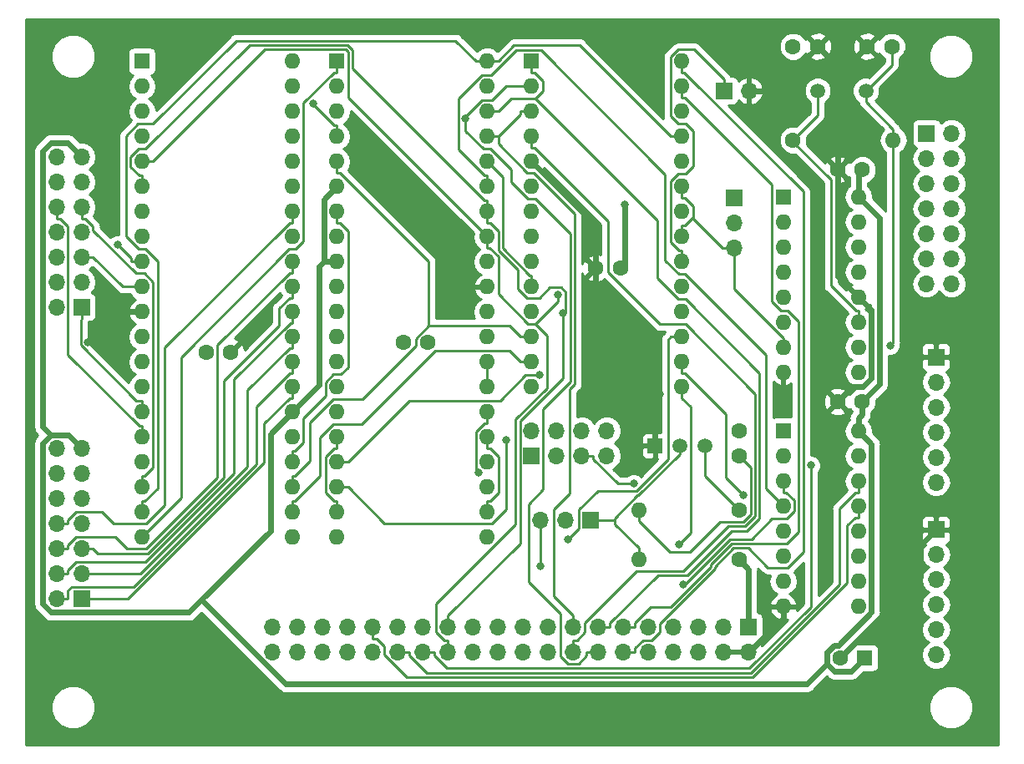
<source format=gbl>
G04 #@! TF.GenerationSoftware,KiCad,Pcbnew,(5.0.0-3-g5ebb6b6)*
G04 #@! TF.CreationDate,2019-09-09T22:48:23+09:00*
G04 #@! TF.ProjectId,KZ80_PIOSIO,4B5A38305F50494F53494F2E6B696361,rev?*
G04 #@! TF.SameCoordinates,Original*
G04 #@! TF.FileFunction,Copper,L2,Bot,Signal*
G04 #@! TF.FilePolarity,Positive*
%FSLAX46Y46*%
G04 Gerber Fmt 4.6, Leading zero omitted, Abs format (unit mm)*
G04 Created by KiCad (PCBNEW (5.0.0-3-g5ebb6b6)) date 2019 September 09, Monday 22:48:23*
%MOMM*%
%LPD*%
G01*
G04 APERTURE LIST*
G04 #@! TA.AperFunction,ComponentPad*
%ADD10R,1.700000X1.700000*%
G04 #@! TD*
G04 #@! TA.AperFunction,ComponentPad*
%ADD11O,1.700000X1.700000*%
G04 #@! TD*
G04 #@! TA.AperFunction,ComponentPad*
%ADD12R,1.600000X1.600000*%
G04 #@! TD*
G04 #@! TA.AperFunction,ComponentPad*
%ADD13C,1.600000*%
G04 #@! TD*
G04 #@! TA.AperFunction,ComponentPad*
%ADD14C,1.500000*%
G04 #@! TD*
G04 #@! TA.AperFunction,ComponentPad*
%ADD15O,1.600000X1.600000*%
G04 #@! TD*
G04 #@! TA.AperFunction,ComponentPad*
%ADD16R,1.500000X1.500000*%
G04 #@! TD*
G04 #@! TA.AperFunction,ViaPad*
%ADD17C,0.800000*%
G04 #@! TD*
G04 #@! TA.AperFunction,Conductor*
%ADD18C,0.250000*%
G04 #@! TD*
G04 #@! TA.AperFunction,Conductor*
%ADD19C,0.600000*%
G04 #@! TD*
G04 #@! TA.AperFunction,Conductor*
%ADD20C,0.254000*%
G04 #@! TD*
G04 APERTURE END LIST*
D10*
G04 #@! TO.P,JP2,1*
G04 #@! TO.N,Net-(JP2-Pad1)*
X172510000Y-58880000D03*
D11*
G04 #@! TO.P,JP2,2*
G04 #@! TO.N,SIO-CLK*
X172510000Y-61420000D03*
G04 #@! TO.P,JP2,3*
G04 #@! TO.N,Net-(JP2-Pad3)*
X172510000Y-63960000D03*
G04 #@! TD*
D10*
G04 #@! TO.P,J8,1*
G04 #@! TO.N,~RD*
X192025000Y-52325000D03*
D11*
G04 #@! TO.P,J8,2*
G04 #@! TO.N,/~WR*
X194565000Y-52325000D03*
G04 #@! TO.P,J8,3*
G04 #@! TO.N,~IORQ*
X192025000Y-54865000D03*
G04 #@! TO.P,J8,4*
G04 #@! TO.N,/~MEMRQ*
X194565000Y-54865000D03*
G04 #@! TO.P,J8,5*
G04 #@! TO.N,~M1*
X192025000Y-57405000D03*
G04 #@! TO.P,J8,6*
G04 #@! TO.N,~RESET*
X194565000Y-57405000D03*
G04 #@! TO.P,J8,7*
G04 #@! TO.N,/~BUSREQ*
X192025000Y-59945000D03*
G04 #@! TO.P,J8,8*
G04 #@! TO.N,/~BUSACK*
X194565000Y-59945000D03*
G04 #@! TO.P,J8,9*
G04 #@! TO.N,/~NMI*
X192025000Y-62485000D03*
G04 #@! TO.P,J8,10*
G04 #@! TO.N,~INT-J*
X194565000Y-62485000D03*
G04 #@! TO.P,J8,11*
G04 #@! TO.N,/~RFSH*
X192025000Y-65025000D03*
G04 #@! TO.P,J8,12*
G04 #@! TO.N,/~WAIT*
X194565000Y-65025000D03*
G04 #@! TO.P,J8,13*
G04 #@! TO.N,/HALT*
X192025000Y-67565000D03*
G04 #@! TO.P,J8,14*
G04 #@! TO.N,Net-(J8-Pad14)*
X194565000Y-67565000D03*
G04 #@! TD*
D12*
G04 #@! TO.P,C9,1*
G04 #@! TO.N,VCC*
X185750000Y-105500000D03*
D13*
G04 #@! TO.P,C9,2*
G04 #@! TO.N,GND*
X183250000Y-105500000D03*
G04 #@! TD*
G04 #@! TO.P,C1,2*
G04 #@! TO.N,GND*
X141500000Y-73500000D03*
G04 #@! TO.P,C1,1*
G04 #@! TO.N,VCC*
X139000000Y-73500000D03*
G04 #@! TD*
G04 #@! TO.P,C2,1*
G04 #@! TO.N,VCC*
X119000000Y-74500000D03*
G04 #@! TO.P,C2,2*
G04 #@! TO.N,GND*
X121500000Y-74500000D03*
G04 #@! TD*
G04 #@! TO.P,C3,2*
G04 #@! TO.N,GND*
X158500000Y-66000000D03*
G04 #@! TO.P,C3,1*
G04 #@! TO.N,VCC*
X161000000Y-66000000D03*
G04 #@! TD*
G04 #@! TO.P,C4,1*
G04 #@! TO.N,VCC*
X185500000Y-79500000D03*
G04 #@! TO.P,C4,2*
G04 #@! TO.N,GND*
X183000000Y-79500000D03*
G04 #@! TD*
G04 #@! TO.P,C5,2*
G04 #@! TO.N,GND*
X183000000Y-56000000D03*
G04 #@! TO.P,C5,1*
G04 #@! TO.N,VCC*
X185500000Y-56000000D03*
G04 #@! TD*
G04 #@! TO.P,C6,1*
G04 #@! TO.N,Net-(C6-Pad1)*
X173000000Y-82500000D03*
G04 #@! TO.P,C6,2*
G04 #@! TO.N,A7*
X173000000Y-85000000D03*
G04 #@! TD*
G04 #@! TO.P,C7,2*
G04 #@! TO.N,GND*
X181000000Y-43500000D03*
G04 #@! TO.P,C7,1*
G04 #@! TO.N,Net-(C7-Pad1)*
X178500000Y-43500000D03*
G04 #@! TD*
G04 #@! TO.P,C8,1*
G04 #@! TO.N,Net-(C8-Pad1)*
X188500000Y-43500000D03*
G04 #@! TO.P,C8,2*
G04 #@! TO.N,GND*
X186000000Y-43500000D03*
G04 #@! TD*
D10*
G04 #@! TO.P,J6,1*
G04 #@! TO.N,Net-(J6-Pad1)*
X171500000Y-48000000D03*
D11*
G04 #@! TO.P,J6,2*
G04 #@! TO.N,GND*
X174040000Y-48000000D03*
G04 #@! TD*
D10*
G04 #@! TO.P,JP1,1*
G04 #@! TO.N,Net-(JP1-Pad1)*
X158000000Y-91500000D03*
D11*
G04 #@! TO.P,JP1,2*
G04 #@! TO.N,Net-(JP1-Pad2)*
X155460000Y-91500000D03*
G04 #@! TO.P,JP1,3*
G04 #@! TO.N,A7*
X152920000Y-91500000D03*
G04 #@! TD*
G04 #@! TO.P,J1,6*
G04 #@! TO.N,CTSA*
X193000000Y-87700000D03*
G04 #@! TO.P,J1,5*
G04 #@! TO.N,TxDA*
X193000000Y-85160000D03*
G04 #@! TO.P,J1,4*
G04 #@! TO.N,RxDA*
X193000000Y-82620000D03*
G04 #@! TO.P,J1,3*
G04 #@! TO.N,Net-(J1-Pad3)*
X193000000Y-80080000D03*
G04 #@! TO.P,J1,2*
G04 #@! TO.N,RTSA*
X193000000Y-77540000D03*
D10*
G04 #@! TO.P,J1,1*
G04 #@! TO.N,GND*
X193000000Y-75000000D03*
G04 #@! TD*
G04 #@! TO.P,J2,1*
G04 #@! TO.N,GND*
X193000000Y-92500000D03*
D11*
G04 #@! TO.P,J2,2*
G04 #@! TO.N,RTSB*
X193000000Y-95040000D03*
G04 #@! TO.P,J2,3*
G04 #@! TO.N,Net-(J2-Pad3)*
X193000000Y-97580000D03*
G04 #@! TO.P,J2,4*
G04 #@! TO.N,RxDB*
X193000000Y-100120000D03*
G04 #@! TO.P,J2,5*
G04 #@! TO.N,TxDB*
X193000000Y-102660000D03*
G04 #@! TO.P,J2,6*
G04 #@! TO.N,CTSB*
X193000000Y-105200000D03*
G04 #@! TD*
D10*
G04 #@! TO.P,J7,1*
G04 #@! TO.N,Net-(J7-Pad1)*
X152000000Y-85000000D03*
D11*
G04 #@! TO.P,J7,2*
G04 #@! TO.N,Net-(J7-Pad2)*
X152000000Y-82460000D03*
G04 #@! TO.P,J7,3*
G04 #@! TO.N,Net-(J7-Pad3)*
X154540000Y-85000000D03*
G04 #@! TO.P,J7,4*
G04 #@! TO.N,Net-(J7-Pad2)*
X154540000Y-82460000D03*
G04 #@! TO.P,J7,5*
G04 #@! TO.N,Net-(J7-Pad5)*
X157080000Y-85000000D03*
G04 #@! TO.P,J7,6*
G04 #@! TO.N,Net-(J7-Pad2)*
X157080000Y-82460000D03*
G04 #@! TO.P,J7,7*
G04 #@! TO.N,Net-(J7-Pad7)*
X159620000Y-85000000D03*
G04 #@! TO.P,J7,8*
G04 #@! TO.N,Net-(J7-Pad2)*
X159620000Y-82460000D03*
G04 #@! TD*
D10*
G04 #@! TO.P,J3,1*
G04 #@! TO.N,PA0*
X106375000Y-69930000D03*
D11*
G04 #@! TO.P,J3,2*
G04 #@! TO.N,PA1*
X103835000Y-69930000D03*
G04 #@! TO.P,J3,3*
G04 #@! TO.N,PA2*
X106375000Y-67390000D03*
G04 #@! TO.P,J3,4*
G04 #@! TO.N,PA3*
X103835000Y-67390000D03*
G04 #@! TO.P,J3,5*
G04 #@! TO.N,PA4*
X106375000Y-64850000D03*
G04 #@! TO.P,J3,6*
G04 #@! TO.N,PA5*
X103835000Y-64850000D03*
G04 #@! TO.P,J3,7*
G04 #@! TO.N,PA6*
X106375000Y-62310000D03*
G04 #@! TO.P,J3,8*
G04 #@! TO.N,PA7*
X103835000Y-62310000D03*
G04 #@! TO.P,J3,9*
G04 #@! TO.N,ARDY*
X106375000Y-59770000D03*
G04 #@! TO.P,J3,10*
G04 #@! TO.N,~ASTB*
X103835000Y-59770000D03*
G04 #@! TO.P,J3,11*
G04 #@! TO.N,Net-(J3-Pad11)*
X106375000Y-57230000D03*
G04 #@! TO.P,J3,12*
G04 #@! TO.N,Net-(J3-Pad12)*
X103835000Y-57230000D03*
G04 #@! TO.P,J3,13*
G04 #@! TO.N,VCC*
X106375000Y-54690000D03*
G04 #@! TO.P,J3,14*
G04 #@! TO.N,GND*
X103835000Y-54690000D03*
G04 #@! TD*
G04 #@! TO.P,J4,14*
G04 #@! TO.N,GND*
X103835000Y-84260000D03*
G04 #@! TO.P,J4,13*
G04 #@! TO.N,VCC*
X106375000Y-84260000D03*
G04 #@! TO.P,J4,12*
G04 #@! TO.N,Net-(J4-Pad12)*
X103835000Y-86800000D03*
G04 #@! TO.P,J4,11*
G04 #@! TO.N,Net-(J4-Pad11)*
X106375000Y-86800000D03*
G04 #@! TO.P,J4,10*
G04 #@! TO.N,~BSTB*
X103835000Y-89340000D03*
G04 #@! TO.P,J4,9*
G04 #@! TO.N,BRDY*
X106375000Y-89340000D03*
G04 #@! TO.P,J4,8*
G04 #@! TO.N,PB7*
X103835000Y-91880000D03*
G04 #@! TO.P,J4,7*
G04 #@! TO.N,PB6*
X106375000Y-91880000D03*
G04 #@! TO.P,J4,6*
G04 #@! TO.N,PB5*
X103835000Y-94420000D03*
G04 #@! TO.P,J4,5*
G04 #@! TO.N,PB4*
X106375000Y-94420000D03*
G04 #@! TO.P,J4,4*
G04 #@! TO.N,PB3*
X103835000Y-96960000D03*
G04 #@! TO.P,J4,3*
G04 #@! TO.N,PB2*
X106375000Y-96960000D03*
G04 #@! TO.P,J4,2*
G04 #@! TO.N,PB1*
X103835000Y-99500000D03*
D10*
G04 #@! TO.P,J4,1*
G04 #@! TO.N,PB0*
X106375000Y-99500000D03*
G04 #@! TD*
G04 #@! TO.P,J5,1*
G04 #@! TO.N,VCC*
X174000000Y-102362000D03*
D11*
G04 #@! TO.P,J5,2*
G04 #@! TO.N,GND*
X174000000Y-104902000D03*
G04 #@! TO.P,J5,3*
G04 #@! TO.N,VCC*
X171460000Y-102362000D03*
G04 #@! TO.P,J5,4*
G04 #@! TO.N,GND*
X171460000Y-104902000D03*
G04 #@! TO.P,J5,5*
G04 #@! TO.N,Net-(J5-Pad5)*
X168920000Y-102362000D03*
G04 #@! TO.P,J5,6*
G04 #@! TO.N,Net-(J5-Pad6)*
X168920000Y-104902000D03*
G04 #@! TO.P,J5,7*
G04 #@! TO.N,Net-(J5-Pad7)*
X166380000Y-102362000D03*
G04 #@! TO.P,J5,8*
G04 #@! TO.N,CLK*
X166380000Y-104902000D03*
G04 #@! TO.P,J5,9*
G04 #@! TO.N,/D0*
X163840000Y-102362000D03*
G04 #@! TO.P,J5,10*
G04 #@! TO.N,/D1*
X163840000Y-104902000D03*
G04 #@! TO.P,J5,11*
G04 #@! TO.N,/D2*
X161300000Y-102362000D03*
G04 #@! TO.P,J5,12*
G04 #@! TO.N,/D3*
X161300000Y-104902000D03*
G04 #@! TO.P,J5,13*
G04 #@! TO.N,/D4*
X158760000Y-102362000D03*
G04 #@! TO.P,J5,14*
G04 #@! TO.N,/D5*
X158760000Y-104902000D03*
G04 #@! TO.P,J5,15*
G04 #@! TO.N,/D6*
X156220000Y-102362000D03*
G04 #@! TO.P,J5,16*
G04 #@! TO.N,/D7*
X156220000Y-104902000D03*
G04 #@! TO.P,J5,17*
G04 #@! TO.N,/~IOR*
X153680000Y-102362000D03*
G04 #@! TO.P,J5,18*
G04 #@! TO.N,/~MEMR*
X153680000Y-104902000D03*
G04 #@! TO.P,J5,19*
G04 #@! TO.N,/~IOW*
X151140000Y-102362000D03*
G04 #@! TO.P,J5,20*
G04 #@! TO.N,/~MEMW*
X151140000Y-104902000D03*
G04 #@! TO.P,J5,21*
G04 #@! TO.N,/RES*
X148600000Y-102362000D03*
G04 #@! TO.P,J5,22*
G04 #@! TO.N,/HLDA*
X148600000Y-104902000D03*
G04 #@! TO.P,J5,23*
G04 #@! TO.N,/INT*
X146060000Y-102362000D03*
G04 #@! TO.P,J5,24*
G04 #@! TO.N,/HOLD*
X146060000Y-104902000D03*
G04 #@! TO.P,J5,25*
G04 #@! TO.N,A0*
X143520000Y-102362000D03*
G04 #@! TO.P,J5,26*
G04 #@! TO.N,A1*
X143520000Y-104902000D03*
G04 #@! TO.P,J5,27*
G04 #@! TO.N,/A2*
X140980000Y-102362000D03*
G04 #@! TO.P,J5,28*
G04 #@! TO.N,A3*
X140980000Y-104902000D03*
G04 #@! TO.P,J5,29*
G04 #@! TO.N,A4*
X138440000Y-102362000D03*
G04 #@! TO.P,J5,30*
G04 #@! TO.N,A5*
X138440000Y-104902000D03*
G04 #@! TO.P,J5,31*
G04 #@! TO.N,A6*
X135900000Y-102362000D03*
G04 #@! TO.P,J5,32*
G04 #@! TO.N,A7*
X135900000Y-104902000D03*
G04 #@! TO.P,J5,33*
G04 #@! TO.N,/A8*
X133360000Y-102362000D03*
G04 #@! TO.P,J5,34*
G04 #@! TO.N,/A9*
X133360000Y-104902000D03*
G04 #@! TO.P,J5,35*
G04 #@! TO.N,/A10*
X130820000Y-102362000D03*
G04 #@! TO.P,J5,36*
G04 #@! TO.N,/A11*
X130820000Y-104902000D03*
G04 #@! TO.P,J5,37*
G04 #@! TO.N,/A12*
X128280000Y-102362000D03*
G04 #@! TO.P,J5,38*
G04 #@! TO.N,/A13*
X128280000Y-104902000D03*
G04 #@! TO.P,J5,39*
G04 #@! TO.N,/A14*
X125740000Y-102362000D03*
G04 #@! TO.P,J5,40*
G04 #@! TO.N,/A15*
X125740000Y-104902000D03*
G04 #@! TD*
D14*
G04 #@! TO.P,Y1,1*
G04 #@! TO.N,Net-(C7-Pad1)*
X181000000Y-48000000D03*
G04 #@! TO.P,Y1,2*
G04 #@! TO.N,Net-(C8-Pad1)*
X185880000Y-48000000D03*
G04 #@! TD*
D15*
G04 #@! TO.P,U3,16*
G04 #@! TO.N,VCC*
X185120000Y-82500000D03*
G04 #@! TO.P,U3,8*
G04 #@! TO.N,GND*
X177500000Y-100280000D03*
G04 #@! TO.P,U3,15*
G04 #@! TO.N,Net-(JP1-Pad2)*
X185120000Y-85040000D03*
G04 #@! TO.P,U3,7*
G04 #@! TO.N,Net-(U3-Pad7)*
X177500000Y-97740000D03*
G04 #@! TO.P,U3,14*
G04 #@! TO.N,A5*
X185120000Y-87580000D03*
G04 #@! TO.P,U3,6*
G04 #@! TO.N,CTC-CE*
X177500000Y-95200000D03*
G04 #@! TO.P,U3,13*
G04 #@! TO.N,A6*
X185120000Y-90120000D03*
G04 #@! TO.P,U3,5*
G04 #@! TO.N,PIO-CE*
X177500000Y-92660000D03*
G04 #@! TO.P,U3,12*
G04 #@! TO.N,Net-(J7-Pad1)*
X185120000Y-92660000D03*
G04 #@! TO.P,U3,4*
G04 #@! TO.N,SIO-CE*
X177500000Y-90120000D03*
G04 #@! TO.P,U3,11*
G04 #@! TO.N,Net-(J7-Pad3)*
X185120000Y-95200000D03*
G04 #@! TO.P,U3,3*
G04 #@! TO.N,A4*
X177500000Y-87580000D03*
G04 #@! TO.P,U3,10*
G04 #@! TO.N,Net-(J7-Pad5)*
X185120000Y-97740000D03*
G04 #@! TO.P,U3,2*
G04 #@! TO.N,A3*
X177500000Y-85040000D03*
G04 #@! TO.P,U3,9*
G04 #@! TO.N,Net-(J7-Pad7)*
X185120000Y-100280000D03*
D12*
G04 #@! TO.P,U3,1*
G04 #@! TO.N,Net-(J7-Pad2)*
X177500000Y-82500000D03*
G04 #@! TD*
G04 #@! TO.P,U5,1*
G04 #@! TO.N,Net-(U5-Pad1)*
X177500000Y-58750000D03*
D15*
G04 #@! TO.P,U5,9*
G04 #@! TO.N,Net-(U5-Pad9)*
X185120000Y-76530000D03*
G04 #@! TO.P,U5,2*
G04 #@! TO.N,Net-(U5-Pad2)*
X177500000Y-61290000D03*
G04 #@! TO.P,U5,10*
G04 #@! TO.N,Net-(C8-Pad1)*
X185120000Y-73990000D03*
G04 #@! TO.P,U5,3*
G04 #@! TO.N,Net-(U5-Pad3)*
X177500000Y-63830000D03*
G04 #@! TO.P,U5,11*
G04 #@! TO.N,Net-(C7-Pad1)*
X185120000Y-71450000D03*
G04 #@! TO.P,U5,4*
G04 #@! TO.N,Net-(U5-Pad4)*
X177500000Y-66370000D03*
G04 #@! TO.P,U5,12*
G04 #@! TO.N,GND*
X185120000Y-68910000D03*
G04 #@! TO.P,U5,5*
G04 #@! TO.N,Net-(U5-Pad5)*
X177500000Y-68910000D03*
G04 #@! TO.P,U5,13*
G04 #@! TO.N,Net-(U5-Pad13)*
X185120000Y-66370000D03*
G04 #@! TO.P,U5,6*
G04 #@! TO.N,Net-(U5-Pad6)*
X177500000Y-71450000D03*
G04 #@! TO.P,U5,14*
G04 #@! TO.N,Net-(U5-Pad14)*
X185120000Y-63830000D03*
G04 #@! TO.P,U5,7*
G04 #@! TO.N,Net-(JP2-Pad3)*
X177500000Y-73990000D03*
G04 #@! TO.P,U5,15*
G04 #@! TO.N,Net-(U5-Pad15)*
X185120000Y-61290000D03*
G04 #@! TO.P,U5,8*
G04 #@! TO.N,GND*
X177500000Y-76530000D03*
G04 #@! TO.P,U5,16*
G04 #@! TO.N,VCC*
X185120000Y-58750000D03*
G04 #@! TD*
D12*
G04 #@! TO.P,U4,1*
G04 #@! TO.N,/D4*
X152000000Y-45000000D03*
D15*
G04 #@! TO.P,U4,15*
G04 #@! TO.N,CLK*
X167240000Y-78020000D03*
G04 #@! TO.P,U4,2*
G04 #@! TO.N,/D5*
X152000000Y-47540000D03*
G04 #@! TO.P,U4,16*
G04 #@! TO.N,CTC-CE*
X167240000Y-75480000D03*
G04 #@! TO.P,U4,3*
G04 #@! TO.N,/D6*
X152000000Y-50080000D03*
G04 #@! TO.P,U4,17*
G04 #@! TO.N,~RESET*
X167240000Y-72940000D03*
G04 #@! TO.P,U4,4*
G04 #@! TO.N,/D7*
X152000000Y-52620000D03*
G04 #@! TO.P,U4,18*
G04 #@! TO.N,A0*
X167240000Y-70400000D03*
G04 #@! TO.P,U4,5*
G04 #@! TO.N,GND*
X152000000Y-55160000D03*
G04 #@! TO.P,U4,19*
G04 #@! TO.N,A1*
X167240000Y-67860000D03*
G04 #@! TO.P,U4,6*
G04 #@! TO.N,~RD*
X152000000Y-57700000D03*
G04 #@! TO.P,U4,20*
G04 #@! TO.N,Net-(J6-Pad1)*
X167240000Y-65320000D03*
G04 #@! TO.P,U4,7*
G04 #@! TO.N,Net-(U4-Pad22)*
X152000000Y-60240000D03*
G04 #@! TO.P,U4,21*
G04 #@! TO.N,Net-(JP2-Pad3)*
X167240000Y-62780000D03*
G04 #@! TO.P,U4,8*
G04 #@! TO.N,Net-(J6-Pad1)*
X152000000Y-62780000D03*
G04 #@! TO.P,U4,22*
G04 #@! TO.N,Net-(U4-Pad22)*
X167240000Y-60240000D03*
G04 #@! TO.P,U4,9*
G04 #@! TO.N,Net-(JP2-Pad1)*
X152000000Y-65320000D03*
G04 #@! TO.P,U4,23*
G04 #@! TO.N,Net-(JP2-Pad3)*
X167240000Y-57700000D03*
G04 #@! TO.P,U4,10*
G04 #@! TO.N,~IORQ*
X152000000Y-67860000D03*
G04 #@! TO.P,U4,24*
G04 #@! TO.N,VCC*
X167240000Y-55160000D03*
G04 #@! TO.P,U4,11*
G04 #@! TO.N,Net-(U4-Pad11)*
X152000000Y-70400000D03*
G04 #@! TO.P,U4,25*
G04 #@! TO.N,/D0*
X167240000Y-52620000D03*
G04 #@! TO.P,U4,12*
G04 #@! TO.N,~INT-J*
X152000000Y-72940000D03*
G04 #@! TO.P,U4,26*
G04 #@! TO.N,/D1*
X167240000Y-50080000D03*
G04 #@! TO.P,U4,13*
G04 #@! TO.N,Net-(U2-Pad22)*
X152000000Y-75480000D03*
G04 #@! TO.P,U4,27*
G04 #@! TO.N,/D2*
X167240000Y-47540000D03*
G04 #@! TO.P,U4,14*
G04 #@! TO.N,~M1*
X152000000Y-78020000D03*
G04 #@! TO.P,U4,28*
G04 #@! TO.N,/D3*
X167240000Y-45000000D03*
G04 #@! TD*
G04 #@! TO.P,U1,40*
G04 #@! TO.N,/D0*
X147490000Y-45000000D03*
G04 #@! TO.P,U1,20*
G04 #@! TO.N,CLK*
X132250000Y-93260000D03*
G04 #@! TO.P,U1,39*
G04 #@! TO.N,/D2*
X147490000Y-47540000D03*
G04 #@! TO.P,U1,19*
G04 #@! TO.N,Net-(U1-Pad16)*
X132250000Y-90720000D03*
G04 #@! TO.P,U1,38*
G04 #@! TO.N,/D4*
X147490000Y-50080000D03*
G04 #@! TO.P,U1,18*
G04 #@! TO.N,CTSA*
X132250000Y-88180000D03*
G04 #@! TO.P,U1,37*
G04 #@! TO.N,/D6*
X147490000Y-52620000D03*
G04 #@! TO.P,U1,17*
G04 #@! TO.N,RTSA*
X132250000Y-85640000D03*
G04 #@! TO.P,U1,36*
G04 #@! TO.N,~IORQ*
X147490000Y-55160000D03*
G04 #@! TO.P,U1,16*
G04 #@! TO.N,Net-(U1-Pad16)*
X132250000Y-83100000D03*
G04 #@! TO.P,U1,35*
G04 #@! TO.N,SIO-CE*
X147490000Y-57700000D03*
G04 #@! TO.P,U1,15*
G04 #@! TO.N,TxDA*
X132250000Y-80560000D03*
G04 #@! TO.P,U1,34*
G04 #@! TO.N,A0*
X147490000Y-60240000D03*
G04 #@! TO.P,U1,14*
G04 #@! TO.N,SIO-CLK*
X132250000Y-78020000D03*
G04 #@! TO.P,U1,33*
G04 #@! TO.N,A1*
X147490000Y-62780000D03*
G04 #@! TO.P,U1,13*
G04 #@! TO.N,SIO-CLK*
X132250000Y-75480000D03*
G04 #@! TO.P,U1,32*
G04 #@! TO.N,~RD*
X147490000Y-65320000D03*
G04 #@! TO.P,U1,12*
G04 #@! TO.N,RxDA*
X132250000Y-72940000D03*
G04 #@! TO.P,U1,31*
G04 #@! TO.N,GND*
X147490000Y-67860000D03*
G04 #@! TO.P,U1,11*
G04 #@! TO.N,Net-(U1-Pad11)*
X132250000Y-70400000D03*
G04 #@! TO.P,U1,30*
G04 #@! TO.N,Net-(U1-Pad30)*
X147490000Y-70400000D03*
G04 #@! TO.P,U1,10*
G04 #@! TO.N,Net-(U1-Pad10)*
X132250000Y-67860000D03*
G04 #@! TO.P,U1,29*
G04 #@! TO.N,RxDB*
X147490000Y-72940000D03*
G04 #@! TO.P,U1,9*
G04 #@! TO.N,VCC*
X132250000Y-65320000D03*
G04 #@! TO.P,U1,28*
G04 #@! TO.N,SIO-CLK*
X147490000Y-75480000D03*
G04 #@! TO.P,U1,8*
G04 #@! TO.N,~M1*
X132250000Y-62780000D03*
G04 #@! TO.P,U1,27*
G04 #@! TO.N,SIO-CLK*
X147490000Y-78020000D03*
G04 #@! TO.P,U1,7*
G04 #@! TO.N,Net-(U1-Pad7)*
X132250000Y-60240000D03*
G04 #@! TO.P,U1,26*
G04 #@! TO.N,TxDB*
X147490000Y-80560000D03*
G04 #@! TO.P,U1,6*
G04 #@! TO.N,VCC*
X132250000Y-57700000D03*
G04 #@! TO.P,U1,25*
G04 #@! TO.N,Net-(U1-Pad22)*
X147490000Y-83100000D03*
G04 #@! TO.P,U1,5*
G04 #@! TO.N,~INT-J*
X132250000Y-55160000D03*
G04 #@! TO.P,U1,24*
G04 #@! TO.N,RTSB*
X147490000Y-85640000D03*
G04 #@! TO.P,U1,4*
G04 #@! TO.N,/D7*
X132250000Y-52620000D03*
G04 #@! TO.P,U1,23*
G04 #@! TO.N,CTSB*
X147490000Y-88180000D03*
G04 #@! TO.P,U1,3*
G04 #@! TO.N,/D5*
X132250000Y-50080000D03*
G04 #@! TO.P,U1,22*
G04 #@! TO.N,Net-(U1-Pad22)*
X147490000Y-90720000D03*
G04 #@! TO.P,U1,2*
G04 #@! TO.N,/D3*
X132250000Y-47540000D03*
G04 #@! TO.P,U1,21*
G04 #@! TO.N,~RESET*
X147490000Y-93260000D03*
D12*
G04 #@! TO.P,U1,1*
G04 #@! TO.N,/D1*
X132250000Y-45000000D03*
G04 #@! TD*
G04 #@! TO.P,U2,1*
G04 #@! TO.N,/D2*
X112500000Y-45000000D03*
D15*
G04 #@! TO.P,U2,21*
G04 #@! TO.N,BRDY*
X127740000Y-93260000D03*
G04 #@! TO.P,U2,2*
G04 #@! TO.N,/D7*
X112500000Y-47540000D03*
G04 #@! TO.P,U2,22*
G04 #@! TO.N,Net-(U2-Pad22)*
X127740000Y-90720000D03*
G04 #@! TO.P,U2,3*
G04 #@! TO.N,/D6*
X112500000Y-50080000D03*
G04 #@! TO.P,U2,23*
G04 #@! TO.N,~INT-J*
X127740000Y-88180000D03*
G04 #@! TO.P,U2,4*
G04 #@! TO.N,PIO-CE*
X112500000Y-52620000D03*
G04 #@! TO.P,U2,24*
G04 #@! TO.N,Net-(U1-Pad7)*
X127740000Y-85640000D03*
G04 #@! TO.P,U2,5*
G04 #@! TO.N,A1*
X112500000Y-55160000D03*
G04 #@! TO.P,U2,25*
G04 #@! TO.N,CLK*
X127740000Y-83100000D03*
G04 #@! TO.P,U2,6*
G04 #@! TO.N,A0*
X112500000Y-57700000D03*
G04 #@! TO.P,U2,26*
G04 #@! TO.N,VCC*
X127740000Y-80560000D03*
G04 #@! TO.P,U2,7*
G04 #@! TO.N,PA7*
X112500000Y-60240000D03*
G04 #@! TO.P,U2,27*
G04 #@! TO.N,PB0*
X127740000Y-78020000D03*
G04 #@! TO.P,U2,8*
G04 #@! TO.N,PA6*
X112500000Y-62780000D03*
G04 #@! TO.P,U2,28*
G04 #@! TO.N,PB1*
X127740000Y-75480000D03*
G04 #@! TO.P,U2,9*
G04 #@! TO.N,PA5*
X112500000Y-65320000D03*
G04 #@! TO.P,U2,29*
G04 #@! TO.N,PB2*
X127740000Y-72940000D03*
G04 #@! TO.P,U2,10*
G04 #@! TO.N,PA4*
X112500000Y-67860000D03*
G04 #@! TO.P,U2,30*
G04 #@! TO.N,PB3*
X127740000Y-70400000D03*
G04 #@! TO.P,U2,11*
G04 #@! TO.N,GND*
X112500000Y-70400000D03*
G04 #@! TO.P,U2,31*
G04 #@! TO.N,PB4*
X127740000Y-67860000D03*
G04 #@! TO.P,U2,12*
G04 #@! TO.N,PA3*
X112500000Y-72940000D03*
G04 #@! TO.P,U2,32*
G04 #@! TO.N,PB5*
X127740000Y-65320000D03*
G04 #@! TO.P,U2,13*
G04 #@! TO.N,PA2*
X112500000Y-75480000D03*
G04 #@! TO.P,U2,33*
G04 #@! TO.N,PB6*
X127740000Y-62780000D03*
G04 #@! TO.P,U2,14*
G04 #@! TO.N,PA1*
X112500000Y-78020000D03*
G04 #@! TO.P,U2,34*
G04 #@! TO.N,PB7*
X127740000Y-60240000D03*
G04 #@! TO.P,U2,15*
G04 #@! TO.N,PA0*
X112500000Y-80560000D03*
G04 #@! TO.P,U2,35*
G04 #@! TO.N,~RD*
X127740000Y-57700000D03*
G04 #@! TO.P,U2,16*
G04 #@! TO.N,~ASTB*
X112500000Y-83100000D03*
G04 #@! TO.P,U2,36*
G04 #@! TO.N,~IORQ*
X127740000Y-55160000D03*
G04 #@! TO.P,U2,17*
G04 #@! TO.N,~BSTB*
X112500000Y-85640000D03*
G04 #@! TO.P,U2,37*
G04 #@! TO.N,~M1*
X127740000Y-52620000D03*
G04 #@! TO.P,U2,18*
G04 #@! TO.N,ARDY*
X112500000Y-88180000D03*
G04 #@! TO.P,U2,38*
G04 #@! TO.N,/D5*
X127740000Y-50080000D03*
G04 #@! TO.P,U2,19*
G04 #@! TO.N,/D0*
X112500000Y-90720000D03*
G04 #@! TO.P,U2,39*
G04 #@! TO.N,/D4*
X127740000Y-47540000D03*
G04 #@! TO.P,U2,20*
G04 #@! TO.N,/D1*
X112500000Y-93260000D03*
G04 #@! TO.P,U2,40*
G04 #@! TO.N,/D3*
X127740000Y-45000000D03*
G04 #@! TD*
D14*
G04 #@! TO.P,Q1,2*
G04 #@! TO.N,Net-(JP1-Pad1)*
X167040000Y-84000000D03*
G04 #@! TO.P,Q1,3*
G04 #@! TO.N,Net-(C6-Pad1)*
X169580000Y-84000000D03*
D16*
G04 #@! TO.P,Q1,1*
G04 #@! TO.N,GND*
X164500000Y-84000000D03*
G04 #@! TD*
D13*
G04 #@! TO.P,R1,1*
G04 #@! TO.N,Net-(C6-Pad1)*
X173000000Y-90500000D03*
D15*
G04 #@! TO.P,R1,2*
G04 #@! TO.N,A7*
X162840000Y-90500000D03*
G04 #@! TD*
G04 #@! TO.P,R2,2*
G04 #@! TO.N,Net-(JP1-Pad1)*
X162840000Y-95500000D03*
D13*
G04 #@! TO.P,R2,1*
G04 #@! TO.N,VCC*
X173000000Y-95500000D03*
G04 #@! TD*
G04 #@! TO.P,R3,1*
G04 #@! TO.N,Net-(C7-Pad1)*
X178500000Y-53000000D03*
D15*
G04 #@! TO.P,R3,2*
G04 #@! TO.N,Net-(C8-Pad1)*
X188660000Y-53000000D03*
G04 #@! TD*
D17*
G04 #@! TO.N,Net-(C8-Pad1)*
X188339300Y-73805400D03*
G04 #@! TO.N,VCC*
X161466700Y-59530400D03*
G04 #@! TO.N,A7*
X152859200Y-96157200D03*
G04 #@! TO.N,GND*
X164992800Y-78775600D03*
X107036400Y-73473300D03*
G04 #@! TO.N,/D7*
X129860900Y-49269200D03*
G04 #@! TO.N,A0*
X155182300Y-70572200D03*
G04 #@! TO.N,CLK*
X166926100Y-94033500D03*
G04 #@! TO.N,A1*
X154656100Y-68713100D03*
G04 #@! TO.N,PA5*
X110040000Y-63620400D03*
G04 #@! TO.N,/D5*
X145312800Y-50787300D03*
G04 #@! TO.N,CTSA*
X149400100Y-83397700D03*
G04 #@! TO.N,RTSA*
X152811900Y-76837200D03*
G04 #@! TO.N,TxDB*
X146594100Y-86734300D03*
G04 #@! TO.N,~RESET*
X155678300Y-93505400D03*
G04 #@! TO.N,CTC-CE*
X173467800Y-89033700D03*
G04 #@! TO.N,A4*
X167361500Y-98048100D03*
G04 #@! TO.N,Net-(J7-Pad5)*
X162345100Y-87855300D03*
G04 #@! TO.N,A3*
X180297500Y-85994500D03*
G04 #@! TD*
D18*
G04 #@! TO.N,Net-(C7-Pad1)*
X185120000Y-70324700D02*
X184915500Y-70324700D01*
X184915500Y-70324700D02*
X182344000Y-67753200D01*
X182344000Y-67753200D02*
X182344000Y-56990300D01*
X182344000Y-56990300D02*
X178500000Y-53146300D01*
X178500000Y-53146300D02*
X178500000Y-53000000D01*
X181000000Y-48000000D02*
X181000000Y-50500000D01*
X181000000Y-50500000D02*
X178500000Y-53000000D01*
X185120000Y-71450000D02*
X185120000Y-70324700D01*
G04 #@! TO.N,Net-(C8-Pad1)*
X188660000Y-53000000D02*
X188660000Y-51874700D01*
X188660000Y-51874700D02*
X185880000Y-49094700D01*
X185880000Y-49094700D02*
X185880000Y-48000000D01*
X188660000Y-53000000D02*
X188660000Y-73484700D01*
X188660000Y-73484700D02*
X188339300Y-73805400D01*
X185880000Y-48000000D02*
X188500000Y-45380000D01*
X188500000Y-45380000D02*
X188500000Y-43500000D01*
G04 #@! TO.N,Net-(JP1-Pad1)*
X160413800Y-91500000D02*
X160413800Y-91331700D01*
X160413800Y-91331700D02*
X162714600Y-89030900D01*
X162714600Y-89030900D02*
X162832200Y-89030900D01*
X162832200Y-89030900D02*
X167040000Y-84823100D01*
X167040000Y-84823100D02*
X167040000Y-84000000D01*
X162840000Y-94374700D02*
X160413800Y-91948500D01*
X160413800Y-91948500D02*
X160413800Y-91500000D01*
X158000000Y-91500000D02*
X160413800Y-91500000D01*
X162840000Y-95500000D02*
X162840000Y-94374700D01*
D19*
G04 #@! TO.N,VCC*
X118526400Y-99600600D02*
X125502800Y-92624200D01*
X125502800Y-92624200D02*
X125502800Y-82797200D01*
X125502800Y-82797200D02*
X127740000Y-80560000D01*
X103280000Y-82904100D02*
X102431900Y-83752200D01*
X102431900Y-83752200D02*
X102431900Y-100008600D01*
X102431900Y-100008600D02*
X103293500Y-100870200D01*
X103293500Y-100870200D02*
X117256800Y-100870200D01*
X117256800Y-100870200D02*
X118526400Y-99600600D01*
X118526400Y-99600600D02*
X127051000Y-108125300D01*
X127051000Y-108125300D02*
X179872000Y-108125300D01*
X179872000Y-108125300D02*
X181933300Y-106064000D01*
X181933300Y-106064000D02*
X181933300Y-104940700D01*
X181933300Y-104940700D02*
X182674400Y-104199600D01*
X182674400Y-104199600D02*
X183137300Y-104199600D01*
X183137300Y-104199600D02*
X186444900Y-100892000D01*
X186444900Y-100892000D02*
X186444900Y-83824900D01*
X186444900Y-83824900D02*
X185120000Y-82500000D01*
X185750000Y-105500000D02*
X184415200Y-106834800D01*
X184415200Y-106834800D02*
X182704100Y-106834800D01*
X182704100Y-106834800D02*
X181933300Y-106064000D01*
X185500000Y-79500000D02*
X187235300Y-77764700D01*
X187235300Y-77764700D02*
X187235300Y-60865300D01*
X187235300Y-60865300D02*
X185120000Y-58750000D01*
X185120000Y-81199700D02*
X185500000Y-80819700D01*
X185500000Y-80819700D02*
X185500000Y-79500000D01*
X185500000Y-56000000D02*
X185120000Y-56380000D01*
X185120000Y-56380000D02*
X185120000Y-58750000D01*
X130949700Y-65320000D02*
X130470500Y-65799200D01*
X130470500Y-65799200D02*
X130470500Y-77829500D01*
X130470500Y-77829500D02*
X127740000Y-80560000D01*
X103280000Y-82904100D02*
X105019100Y-82904100D01*
X105019100Y-82904100D02*
X106375000Y-84260000D01*
X103280000Y-82904100D02*
X102458800Y-82082900D01*
X102458800Y-82082900D02*
X102458800Y-54088900D01*
X102458800Y-54088900D02*
X103239800Y-53307900D01*
X103239800Y-53307900D02*
X104992900Y-53307900D01*
X104992900Y-53307900D02*
X106375000Y-54690000D01*
X130949700Y-65320000D02*
X130949700Y-59000300D01*
X130949700Y-59000300D02*
X132250000Y-57700000D01*
X161000000Y-66000000D02*
X161466700Y-65533300D01*
X161466700Y-65533300D02*
X161466700Y-59530400D01*
X185120000Y-82500000D02*
X185120000Y-81199700D01*
X132250000Y-65320000D02*
X130949700Y-65320000D01*
X173000000Y-95500000D02*
X174000000Y-96500000D01*
X174000000Y-96500000D02*
X174000000Y-101011700D01*
X174000000Y-102362000D02*
X174000000Y-101011700D01*
D18*
G04 #@! TO.N,Net-(C6-Pad1)*
X169580000Y-84000000D02*
X169580000Y-87080000D01*
X169580000Y-87080000D02*
X173000000Y-90500000D01*
G04 #@! TO.N,A7*
X162840000Y-91625300D02*
X165973600Y-94758900D01*
X165973600Y-94758900D02*
X168004000Y-94758900D01*
X168004000Y-94758900D02*
X171094400Y-91668500D01*
X171094400Y-91668500D02*
X173488300Y-91668500D01*
X173488300Y-91668500D02*
X174193100Y-90963700D01*
X174193100Y-90963700D02*
X174193100Y-86193100D01*
X174193100Y-86193100D02*
X173000000Y-85000000D01*
X162840000Y-90500000D02*
X162840000Y-91625300D01*
X152920000Y-91500000D02*
X152920000Y-92675300D01*
X152920000Y-92675300D02*
X152859200Y-92736100D01*
X152859200Y-92736100D02*
X152859200Y-96157200D01*
D19*
G04 #@! TO.N,GND*
X177500000Y-100280000D02*
X177500000Y-101580300D01*
X174000000Y-104902000D02*
X177321700Y-101580300D01*
X177321700Y-101580300D02*
X177500000Y-101580300D01*
X183000000Y-45500000D02*
X181000000Y-43500000D01*
X183000000Y-56000000D02*
X183000000Y-45500000D01*
X183000000Y-45500000D02*
X184000000Y-45500000D01*
X184000000Y-45500000D02*
X186000000Y-43500000D01*
X185120000Y-68910000D02*
X183000000Y-66790000D01*
X183000000Y-66790000D02*
X183000000Y-56000000D01*
X158500000Y-66000000D02*
X158500000Y-61660000D01*
X158500000Y-61660000D02*
X152000000Y-55160000D01*
X164500000Y-78796200D02*
X158500000Y-72796200D01*
X158500000Y-72796200D02*
X158500000Y-66000000D01*
X164500000Y-78796200D02*
X164972200Y-78796200D01*
X164972200Y-78796200D02*
X164992800Y-78775600D01*
X164500000Y-78796200D02*
X164500000Y-82749700D01*
X183000000Y-79500000D02*
X184485000Y-78015000D01*
X184485000Y-78015000D02*
X185573700Y-78015000D01*
X185573700Y-78015000D02*
X186435000Y-77153700D01*
X186435000Y-77153700D02*
X186435000Y-70225000D01*
X186435000Y-70225000D02*
X185120000Y-68910000D01*
X112500000Y-70400000D02*
X111199700Y-70400000D01*
X111199700Y-70400000D02*
X108126400Y-73473300D01*
X108126400Y-73473300D02*
X107036400Y-73473300D01*
X181000000Y-43500000D02*
X176500000Y-48000000D01*
X176500000Y-48000000D02*
X174040000Y-48000000D01*
X183250000Y-105500000D02*
X191410900Y-97339100D01*
X191410900Y-97339100D02*
X191410900Y-94089100D01*
X191410900Y-94089100D02*
X193000000Y-92500000D01*
X164500000Y-84000000D02*
X164500000Y-82749700D01*
D18*
G04 #@! TO.N,/D2*
X162475300Y-102362000D02*
X162475300Y-101995800D01*
X162475300Y-101995800D02*
X164097100Y-100374000D01*
X164097100Y-100374000D02*
X166061500Y-100374000D01*
X166061500Y-100374000D02*
X170140900Y-96294600D01*
X170140900Y-96294600D02*
X170140900Y-96070200D01*
X170140900Y-96070200D02*
X172291000Y-93920100D01*
X172291000Y-93920100D02*
X177870900Y-93920100D01*
X177870900Y-93920100D02*
X179087300Y-92703700D01*
X179087300Y-92703700D02*
X179087300Y-71410400D01*
X179087300Y-71410400D02*
X177933800Y-70256900D01*
X177933800Y-70256900D02*
X177251600Y-70256900D01*
X177251600Y-70256900D02*
X176374700Y-69380000D01*
X176374700Y-69380000D02*
X176374700Y-57518700D01*
X176374700Y-57518700D02*
X167521300Y-48665300D01*
X167521300Y-48665300D02*
X167240000Y-48665300D01*
X161300000Y-102362000D02*
X162475300Y-102362000D01*
X167240000Y-47540000D02*
X167240000Y-48665300D01*
G04 #@! TO.N,/D7*
X132250000Y-51494700D02*
X131966200Y-51494700D01*
X131966200Y-51494700D02*
X129860900Y-49389400D01*
X129860900Y-49389400D02*
X129860900Y-49269200D01*
X132250000Y-52620000D02*
X132250000Y-51494700D01*
X156220000Y-103726700D02*
X156587400Y-103726700D01*
X156587400Y-103726700D02*
X157395300Y-102918800D01*
X157395300Y-102918800D02*
X157395300Y-101946200D01*
X157395300Y-101946200D02*
X162660900Y-96680600D01*
X162660900Y-96680600D02*
X167356100Y-96680600D01*
X167356100Y-96680600D02*
X171917800Y-92118900D01*
X171917800Y-92118900D02*
X173674800Y-92118900D01*
X173674800Y-92118900D02*
X174643400Y-91150300D01*
X174643400Y-91150300D02*
X174643400Y-78732000D01*
X174643400Y-78732000D02*
X167581400Y-71670000D01*
X167581400Y-71670000D02*
X165015600Y-71670000D01*
X165015600Y-71670000D02*
X159750000Y-66404400D01*
X159750000Y-66404400D02*
X159750000Y-61214000D01*
X159750000Y-61214000D02*
X152281300Y-53745300D01*
X152281300Y-53745300D02*
X152000000Y-53745300D01*
X156220000Y-104902000D02*
X156220000Y-103726700D01*
X152000000Y-52620000D02*
X152000000Y-53745300D01*
G04 #@! TO.N,Net-(U2-Pad22)*
X152000000Y-75480000D02*
X150874700Y-75480000D01*
X127740000Y-90720000D02*
X127740000Y-89594700D01*
X127740000Y-89594700D02*
X128021300Y-89594700D01*
X128021300Y-89594700D02*
X130551100Y-87064900D01*
X130551100Y-87064900D02*
X130551100Y-83190700D01*
X130551100Y-83190700D02*
X131911800Y-81830000D01*
X131911800Y-81830000D02*
X134761600Y-81830000D01*
X134761600Y-81830000D02*
X142236900Y-74354700D01*
X142236900Y-74354700D02*
X149749400Y-74354700D01*
X149749400Y-74354700D02*
X150874700Y-75480000D01*
G04 #@! TO.N,/D6*
X156220000Y-101186700D02*
X154283600Y-99250300D01*
X154283600Y-99250300D02*
X154283600Y-90429600D01*
X154283600Y-90429600D02*
X155875900Y-88837300D01*
X155875900Y-88837300D02*
X155875900Y-78253900D01*
X155875900Y-78253900D02*
X156382200Y-77747600D01*
X156382200Y-77747600D02*
X156382200Y-60426600D01*
X156382200Y-60426600D02*
X152241000Y-56285400D01*
X152241000Y-56285400D02*
X151531200Y-56285400D01*
X151531200Y-56285400D02*
X148615300Y-53369500D01*
X148615300Y-53369500D02*
X148615300Y-52620000D01*
X156220000Y-102362000D02*
X156220000Y-101186700D01*
X150874700Y-50080000D02*
X150874700Y-50360600D01*
X150874700Y-50360600D02*
X148615300Y-52620000D01*
X152000000Y-50080000D02*
X150874700Y-50080000D01*
X147490000Y-52620000D02*
X148615300Y-52620000D01*
G04 #@! TO.N,~INT-J*
X132250000Y-55160000D02*
X132250000Y-56285300D01*
X141564300Y-71814700D02*
X149749400Y-71814700D01*
X149749400Y-71814700D02*
X150874700Y-72940000D01*
X127740000Y-87054700D02*
X128021300Y-87054700D01*
X128021300Y-87054700D02*
X129548900Y-85527100D01*
X129548900Y-85527100D02*
X129548900Y-81639200D01*
X129548900Y-81639200D02*
X131898100Y-79290000D01*
X131898100Y-79290000D02*
X134843500Y-79290000D01*
X134843500Y-79290000D02*
X140250000Y-73883500D01*
X140250000Y-73883500D02*
X140250000Y-73129000D01*
X140250000Y-73129000D02*
X141564300Y-71814700D01*
X132250000Y-56285300D02*
X132531300Y-56285300D01*
X132531300Y-56285300D02*
X141564300Y-65318300D01*
X141564300Y-65318300D02*
X141564300Y-71814700D01*
X152000000Y-72940000D02*
X150874700Y-72940000D01*
X127740000Y-88180000D02*
X127740000Y-87054700D01*
G04 #@! TO.N,Net-(U1-Pad7)*
X132250000Y-60240000D02*
X132250000Y-61365300D01*
X127740000Y-85640000D02*
X127740000Y-84514700D01*
X127740000Y-84514700D02*
X127977100Y-84514700D01*
X127977100Y-84514700D02*
X128865300Y-83626500D01*
X128865300Y-83626500D02*
X128865300Y-81197600D01*
X128865300Y-81197600D02*
X131099800Y-78963100D01*
X131099800Y-78963100D02*
X131099800Y-77537600D01*
X131099800Y-77537600D02*
X131887400Y-76750000D01*
X131887400Y-76750000D02*
X132631500Y-76750000D01*
X132631500Y-76750000D02*
X133375300Y-76006200D01*
X133375300Y-76006200D02*
X133375300Y-62209200D01*
X133375300Y-62209200D02*
X132531400Y-61365300D01*
X132531400Y-61365300D02*
X132250000Y-61365300D01*
G04 #@! TO.N,A0*
X147490000Y-59114700D02*
X147208600Y-59114700D01*
X147208600Y-59114700D02*
X133849900Y-45756000D01*
X133849900Y-45756000D02*
X133849900Y-43868800D01*
X133849900Y-43868800D02*
X133351300Y-43370200D01*
X133351300Y-43370200D02*
X123400000Y-43370200D01*
X123400000Y-43370200D02*
X112880200Y-53890000D01*
X112880200Y-53890000D02*
X112135200Y-53890000D01*
X112135200Y-53890000D02*
X111345500Y-54679700D01*
X111345500Y-54679700D02*
X111345500Y-55701500D01*
X111345500Y-55701500D02*
X112218700Y-56574700D01*
X112218700Y-56574700D02*
X112500000Y-56574700D01*
X147490000Y-60240000D02*
X147490000Y-59114700D01*
X112500000Y-57700000D02*
X112500000Y-56574700D01*
X147490000Y-60240000D02*
X147490000Y-61365300D01*
X155182300Y-70572200D02*
X155182300Y-77148100D01*
X155182300Y-77148100D02*
X150824600Y-81505800D01*
X150824600Y-81505800D02*
X150824600Y-93882100D01*
X150824600Y-93882100D02*
X143520000Y-101186700D01*
X147490000Y-61365300D02*
X147771400Y-61365300D01*
X147771400Y-61365300D02*
X148615300Y-62209200D01*
X148615300Y-62209200D02*
X148615300Y-64163800D01*
X148615300Y-64163800D02*
X150633600Y-66182100D01*
X150633600Y-66182100D02*
X150633600Y-68101000D01*
X150633600Y-68101000D02*
X151518000Y-68985400D01*
X151518000Y-68985400D02*
X152769800Y-68985400D01*
X152769800Y-68985400D02*
X153798200Y-67957000D01*
X153798200Y-67957000D02*
X154969700Y-67957000D01*
X154969700Y-67957000D02*
X155398000Y-68385300D01*
X155398000Y-68385300D02*
X155398000Y-70356500D01*
X155398000Y-70356500D02*
X155182300Y-70572200D01*
X143520000Y-102362000D02*
X143520000Y-101186700D01*
G04 #@! TO.N,CLK*
X167240000Y-78020000D02*
X167240000Y-79145300D01*
X166926100Y-94033500D02*
X168117600Y-92842000D01*
X168117600Y-92842000D02*
X168117600Y-80022900D01*
X168117600Y-80022900D02*
X167240000Y-79145300D01*
G04 #@! TO.N,A1*
X112500000Y-55160000D02*
X113625300Y-55160000D01*
X113625300Y-55160000D02*
X124964800Y-43820500D01*
X124964800Y-43820500D02*
X133164700Y-43820500D01*
X133164700Y-43820500D02*
X133399600Y-44055400D01*
X133399600Y-44055400D02*
X133399600Y-48689600D01*
X133399600Y-48689600D02*
X147490000Y-62780000D01*
X152357400Y-71654000D02*
X153539100Y-72835700D01*
X153539100Y-72835700D02*
X153539100Y-78137700D01*
X153539100Y-78137700D02*
X150374200Y-81302600D01*
X150374200Y-81302600D02*
X150374200Y-91973200D01*
X150374200Y-91973200D02*
X142344700Y-100002700D01*
X142344700Y-100002700D02*
X142344700Y-102918800D01*
X142344700Y-102918800D02*
X143152600Y-103726700D01*
X143152600Y-103726700D02*
X143520000Y-103726700D01*
X152357400Y-71654000D02*
X154656100Y-69355300D01*
X154656100Y-69355300D02*
X154656100Y-68713100D01*
X147490000Y-63905300D02*
X147719900Y-63905300D01*
X147719900Y-63905300D02*
X148615400Y-64800800D01*
X148615400Y-64800800D02*
X148615400Y-68609400D01*
X148615400Y-68609400D02*
X151660000Y-71654000D01*
X151660000Y-71654000D02*
X152357400Y-71654000D01*
X143520000Y-104902000D02*
X143520000Y-103726700D01*
X147490000Y-62780000D02*
X147490000Y-63905300D01*
G04 #@! TO.N,PB0*
X127740000Y-78020000D02*
X127740000Y-79145300D01*
X127740000Y-79145300D02*
X127458700Y-79145300D01*
X127458700Y-79145300D02*
X124877400Y-81726600D01*
X124877400Y-81726600D02*
X124877400Y-85718800D01*
X124877400Y-85718800D02*
X111096200Y-99500000D01*
X111096200Y-99500000D02*
X106375000Y-99500000D01*
G04 #@! TO.N,PB1*
X105010300Y-99500000D02*
X105010300Y-98691800D01*
X105010300Y-98691800D02*
X105377500Y-98324600D01*
X105377500Y-98324600D02*
X111634700Y-98324600D01*
X111634700Y-98324600D02*
X124069000Y-85890300D01*
X124069000Y-85890300D02*
X124069000Y-80065300D01*
X124069000Y-80065300D02*
X127529000Y-76605300D01*
X127529000Y-76605300D02*
X127740000Y-76605300D01*
X103835000Y-99500000D02*
X105010300Y-99500000D01*
X127740000Y-75480000D02*
X127740000Y-76605300D01*
G04 #@! TO.N,PA5*
X111374700Y-65320000D02*
X111374700Y-64955100D01*
X111374700Y-64955100D02*
X110040000Y-63620400D01*
X112500000Y-65320000D02*
X111374700Y-65320000D01*
G04 #@! TO.N,PB2*
X127740000Y-72940000D02*
X127740000Y-74065300D01*
X127740000Y-74065300D02*
X127458700Y-74065300D01*
X127458700Y-74065300D02*
X123168300Y-78355700D01*
X123168300Y-78355700D02*
X123168300Y-86119900D01*
X123168300Y-86119900D02*
X112328200Y-96960000D01*
X112328200Y-96960000D02*
X106375000Y-96960000D01*
G04 #@! TO.N,PA4*
X106375000Y-64850000D02*
X107550300Y-64850000D01*
X112500000Y-67860000D02*
X110560300Y-67860000D01*
X110560300Y-67860000D02*
X107550300Y-64850000D01*
G04 #@! TO.N,PB3*
X127740000Y-71525300D02*
X127539300Y-71525300D01*
X127539300Y-71525300D02*
X121817300Y-77247300D01*
X121817300Y-77247300D02*
X121817300Y-86834000D01*
X121817300Y-86834000D02*
X112866600Y-95784700D01*
X112866600Y-95784700D02*
X105818200Y-95784700D01*
X105818200Y-95784700D02*
X105010300Y-96592600D01*
X105010300Y-96592600D02*
X105010300Y-96960000D01*
X103835000Y-96960000D02*
X105010300Y-96960000D01*
X127740000Y-70400000D02*
X127740000Y-71525300D01*
G04 #@! TO.N,PB4*
X127740000Y-68985300D02*
X127458600Y-68985300D01*
X127458600Y-68985300D02*
X126428100Y-70015800D01*
X126428100Y-70015800D02*
X126428100Y-71798800D01*
X126428100Y-71798800D02*
X120791300Y-77435600D01*
X120791300Y-77435600D02*
X120791300Y-87212200D01*
X120791300Y-87212200D02*
X113115900Y-94887600D01*
X113115900Y-94887600D02*
X108017900Y-94887600D01*
X108017900Y-94887600D02*
X107550300Y-94420000D01*
X106375000Y-94420000D02*
X107550300Y-94420000D01*
X127740000Y-67860000D02*
X127740000Y-68985300D01*
G04 #@! TO.N,PB5*
X127740000Y-66445300D02*
X127458700Y-66445300D01*
X127458700Y-66445300D02*
X120149700Y-73754300D01*
X120149700Y-73754300D02*
X120149700Y-87213200D01*
X120149700Y-87213200D02*
X112963600Y-94399300D01*
X112963600Y-94399300D02*
X110961300Y-94399300D01*
X110961300Y-94399300D02*
X109806700Y-93244700D01*
X109806700Y-93244700D02*
X105818200Y-93244700D01*
X105818200Y-93244700D02*
X105010300Y-94052600D01*
X105010300Y-94052600D02*
X105010300Y-94420000D01*
X103835000Y-94420000D02*
X105010300Y-94420000D01*
X127740000Y-65320000D02*
X127740000Y-66445300D01*
G04 #@! TO.N,PB7*
X103835000Y-91880000D02*
X105010300Y-91880000D01*
X127740000Y-60240000D02*
X127740000Y-61365300D01*
X127740000Y-61365300D02*
X127458700Y-61365300D01*
X127458700Y-61365300D02*
X114778900Y-74045100D01*
X114778900Y-74045100D02*
X114778900Y-90034200D01*
X114778900Y-90034200D02*
X112955600Y-91857500D01*
X112955600Y-91857500D02*
X109607000Y-91857500D01*
X109607000Y-91857500D02*
X108454200Y-90704700D01*
X108454200Y-90704700D02*
X105818200Y-90704700D01*
X105818200Y-90704700D02*
X105010300Y-91512600D01*
X105010300Y-91512600D02*
X105010300Y-91880000D01*
G04 #@! TO.N,PA0*
X106375000Y-69930000D02*
X106375000Y-71105300D01*
X112500000Y-80560000D02*
X112500000Y-79434700D01*
X112500000Y-79434700D02*
X111937300Y-79434700D01*
X111937300Y-79434700D02*
X106288400Y-73785800D01*
X106288400Y-73785800D02*
X106288400Y-71191900D01*
X106288400Y-71191900D02*
X106375000Y-71105300D01*
G04 #@! TO.N,~ASTB*
X103835000Y-59770000D02*
X103835000Y-60945300D01*
X112500000Y-83100000D02*
X112500000Y-81974700D01*
X112500000Y-81974700D02*
X112218700Y-81974700D01*
X112218700Y-81974700D02*
X105010300Y-74766300D01*
X105010300Y-74766300D02*
X105010300Y-61753200D01*
X105010300Y-61753200D02*
X104202400Y-60945300D01*
X104202400Y-60945300D02*
X103835000Y-60945300D01*
G04 #@! TO.N,~IORQ*
X152000000Y-67860000D02*
X152000000Y-66734700D01*
X147490000Y-55160000D02*
X149065800Y-56735800D01*
X149065800Y-56735800D02*
X149065800Y-63977300D01*
X149065800Y-63977300D02*
X151823200Y-66734700D01*
X151823200Y-66734700D02*
X152000000Y-66734700D01*
G04 #@! TO.N,ARDY*
X106375000Y-59770000D02*
X106375000Y-60945300D01*
X112500000Y-88180000D02*
X112500000Y-87054700D01*
X112500000Y-87054700D02*
X112781300Y-87054700D01*
X112781300Y-87054700D02*
X113625400Y-86210600D01*
X113625400Y-86210600D02*
X113625400Y-67392800D01*
X113625400Y-67392800D02*
X112748700Y-66516100D01*
X112748700Y-66516100D02*
X111900600Y-66516100D01*
X111900600Y-66516100D02*
X107550300Y-62165800D01*
X107550300Y-62165800D02*
X107550300Y-61753200D01*
X107550300Y-61753200D02*
X106742400Y-60945300D01*
X106742400Y-60945300D02*
X106375000Y-60945300D01*
G04 #@! TO.N,/D5*
X157584700Y-104902000D02*
X157584700Y-105269400D01*
X157584700Y-105269400D02*
X156776800Y-106077300D01*
X156776800Y-106077300D02*
X155723300Y-106077300D01*
X155723300Y-106077300D02*
X154950000Y-105304000D01*
X154950000Y-105304000D02*
X154950000Y-101036300D01*
X154950000Y-101036300D02*
X151692100Y-97778400D01*
X151692100Y-97778400D02*
X151692100Y-89893000D01*
X151692100Y-89893000D02*
X153175400Y-88409700D01*
X153175400Y-88409700D02*
X153175400Y-80259500D01*
X153175400Y-80259500D02*
X155907600Y-77527300D01*
X155907600Y-77527300D02*
X155907600Y-62510900D01*
X155907600Y-62510900D02*
X152366700Y-58970000D01*
X152366700Y-58970000D02*
X151607900Y-58970000D01*
X151607900Y-58970000D02*
X149889600Y-57251700D01*
X149889600Y-57251700D02*
X149889600Y-55940000D01*
X149889600Y-55940000D02*
X147839600Y-53890000D01*
X147839600Y-53890000D02*
X147144000Y-53890000D01*
X147144000Y-53890000D02*
X145312800Y-52058800D01*
X145312800Y-52058800D02*
X145312800Y-50787300D01*
X158760000Y-104902000D02*
X157584700Y-104902000D01*
X152000000Y-47540000D02*
X149435000Y-47540000D01*
X149435000Y-47540000D02*
X148020400Y-48954600D01*
X148020400Y-48954600D02*
X146983300Y-48954600D01*
X146983300Y-48954600D02*
X145312800Y-50625100D01*
X145312800Y-50625100D02*
X145312800Y-50787300D01*
G04 #@! TO.N,/D0*
X146364700Y-45000000D02*
X144284600Y-42919900D01*
X144284600Y-42919900D02*
X122055500Y-42919900D01*
X122055500Y-42919900D02*
X113625400Y-51350000D01*
X113625400Y-51350000D02*
X112100500Y-51350000D01*
X112100500Y-51350000D02*
X110895100Y-52555400D01*
X110895100Y-52555400D02*
X110895100Y-62766700D01*
X110895100Y-62766700D02*
X112178400Y-64050000D01*
X112178400Y-64050000D02*
X112850200Y-64050000D01*
X112850200Y-64050000D02*
X114075800Y-65275600D01*
X114075800Y-65275600D02*
X114075800Y-88300300D01*
X114075800Y-88300300D02*
X112781400Y-89594700D01*
X112781400Y-89594700D02*
X112500000Y-89594700D01*
X166114700Y-52620000D02*
X156898200Y-43403500D01*
X156898200Y-43403500D02*
X150211800Y-43403500D01*
X150211800Y-43403500D02*
X148615300Y-45000000D01*
X147490000Y-45000000D02*
X146364700Y-45000000D01*
X112500000Y-90720000D02*
X112500000Y-89594700D01*
X167240000Y-52620000D02*
X166114700Y-52620000D01*
X147490000Y-45000000D02*
X148615300Y-45000000D01*
G04 #@! TO.N,/D4*
X152374400Y-48810000D02*
X164735700Y-61171300D01*
X164735700Y-61171300D02*
X164735700Y-67028100D01*
X164735700Y-67028100D02*
X166837600Y-69130000D01*
X166837600Y-69130000D02*
X167601600Y-69130000D01*
X167601600Y-69130000D02*
X175093700Y-76622100D01*
X175093700Y-76622100D02*
X175093700Y-91364400D01*
X175093700Y-91364400D02*
X173823100Y-92635000D01*
X173823100Y-92635000D02*
X172302300Y-92635000D01*
X172302300Y-92635000D02*
X167806300Y-97131000D01*
X167806300Y-97131000D02*
X164799000Y-97131000D01*
X164799000Y-97131000D02*
X159935300Y-101994700D01*
X159935300Y-101994700D02*
X159935300Y-102362000D01*
X152374400Y-48810000D02*
X153125300Y-48059100D01*
X153125300Y-48059100D02*
X153125300Y-46969200D01*
X153125300Y-46969200D02*
X152281400Y-46125300D01*
X152281400Y-46125300D02*
X152000000Y-46125300D01*
X148615300Y-50080000D02*
X149885300Y-48810000D01*
X149885300Y-48810000D02*
X152374400Y-48810000D01*
X158760000Y-102362000D02*
X159935300Y-102362000D01*
X152000000Y-45000000D02*
X152000000Y-46125300D01*
X147490000Y-50080000D02*
X148615300Y-50080000D01*
G04 #@! TO.N,/D1*
X132250000Y-45000000D02*
X132250000Y-46125300D01*
X112500000Y-93260000D02*
X116467500Y-89292500D01*
X116467500Y-89292500D02*
X116467500Y-74997900D01*
X116467500Y-74997900D02*
X127415400Y-64050000D01*
X127415400Y-64050000D02*
X128068400Y-64050000D01*
X128068400Y-64050000D02*
X128865400Y-63253000D01*
X128865400Y-63253000D02*
X128865400Y-49228600D01*
X128865400Y-49228600D02*
X131968700Y-46125300D01*
X131968700Y-46125300D02*
X132250000Y-46125300D01*
G04 #@! TO.N,/D3*
X162475300Y-104902000D02*
X162475300Y-104534600D01*
X162475300Y-104534600D02*
X163283200Y-103726700D01*
X163283200Y-103726700D02*
X164176300Y-103726700D01*
X164176300Y-103726700D02*
X165015400Y-102887600D01*
X165015400Y-102887600D02*
X165015400Y-102057000D01*
X165015400Y-102057000D02*
X170591200Y-96481200D01*
X170591200Y-96481200D02*
X170591200Y-96256800D01*
X170591200Y-96256800D02*
X172477600Y-94370400D01*
X172477600Y-94370400D02*
X173942200Y-94370400D01*
X173942200Y-94370400D02*
X175933300Y-96361500D01*
X175933300Y-96361500D02*
X177950900Y-96361500D01*
X177950900Y-96361500D02*
X179537700Y-94774700D01*
X179537700Y-94774700D02*
X179537700Y-58206800D01*
X179537700Y-58206800D02*
X167456200Y-46125300D01*
X167456200Y-46125300D02*
X167240000Y-46125300D01*
X161300000Y-104902000D02*
X162475300Y-104902000D01*
X167240000Y-45000000D02*
X167240000Y-46125300D01*
G04 #@! TO.N,Net-(U1-Pad16)*
X132250000Y-90720000D02*
X132250000Y-89594700D01*
X132250000Y-83100000D02*
X132250000Y-84225300D01*
X132250000Y-84225300D02*
X131968700Y-84225300D01*
X131968700Y-84225300D02*
X131124700Y-85069300D01*
X131124700Y-85069300D02*
X131124700Y-88750800D01*
X131124700Y-88750800D02*
X131968600Y-89594700D01*
X131968600Y-89594700D02*
X132250000Y-89594700D01*
G04 #@! TO.N,CTSA*
X149400100Y-83397700D02*
X149400100Y-90405700D01*
X149400100Y-90405700D02*
X147956600Y-91849200D01*
X147956600Y-91849200D02*
X137044500Y-91849200D01*
X137044500Y-91849200D02*
X133375300Y-88180000D01*
X132250000Y-88180000D02*
X133375300Y-88180000D01*
G04 #@! TO.N,RTSA*
X133375300Y-85640000D02*
X139580700Y-79434600D01*
X139580700Y-79434600D02*
X148785200Y-79434600D01*
X148785200Y-79434600D02*
X151382600Y-76837200D01*
X151382600Y-76837200D02*
X152811900Y-76837200D01*
X132250000Y-85640000D02*
X133375300Y-85640000D01*
G04 #@! TO.N,SIO-CE*
X147490000Y-57700000D02*
X147490000Y-56574700D01*
X147490000Y-56574700D02*
X147245300Y-56574700D01*
X147245300Y-56574700D02*
X144584800Y-53914200D01*
X144584800Y-53914200D02*
X144584800Y-48804500D01*
X144584800Y-48804500D02*
X146974700Y-46414600D01*
X146974700Y-46414600D02*
X147926800Y-46414600D01*
X147926800Y-46414600D02*
X150466800Y-43874600D01*
X150466800Y-43874600D02*
X152934800Y-43874600D01*
X152934800Y-43874600D02*
X165518300Y-56458100D01*
X165518300Y-56458100D02*
X165518300Y-65197400D01*
X165518300Y-65197400D02*
X166910900Y-66590000D01*
X166910900Y-66590000D02*
X167565300Y-66590000D01*
X167565300Y-66590000D02*
X175714800Y-74739500D01*
X175714800Y-74739500D02*
X175714800Y-88334800D01*
X175714800Y-88334800D02*
X177500000Y-90120000D01*
G04 #@! TO.N,SIO-CLK*
X147490000Y-78020000D02*
X147490000Y-75480000D01*
G04 #@! TO.N,TxDB*
X147490000Y-80560000D02*
X147490000Y-81685300D01*
X147490000Y-81685300D02*
X147208700Y-81685300D01*
X147208700Y-81685300D02*
X146364600Y-82529400D01*
X146364600Y-82529400D02*
X146364600Y-86504800D01*
X146364600Y-86504800D02*
X146594100Y-86734300D01*
G04 #@! TO.N,Net-(U1-Pad22)*
X147490000Y-83100000D02*
X147490000Y-84225300D01*
X147490000Y-90720000D02*
X147490000Y-89594700D01*
X147490000Y-89594700D02*
X147771300Y-89594700D01*
X147771300Y-89594700D02*
X148615300Y-88750700D01*
X148615300Y-88750700D02*
X148615300Y-85069200D01*
X148615300Y-85069200D02*
X147771400Y-84225300D01*
X147771400Y-84225300D02*
X147490000Y-84225300D01*
G04 #@! TO.N,~RESET*
X155678300Y-93505400D02*
X156824600Y-92359100D01*
X156824600Y-92359100D02*
X156824600Y-90451600D01*
X156824600Y-90451600D02*
X158695600Y-88580600D01*
X158695600Y-88580600D02*
X162645600Y-88580600D01*
X162645600Y-88580600D02*
X165825300Y-85400900D01*
X165825300Y-85400900D02*
X165825300Y-73229400D01*
X165825300Y-73229400D02*
X166114700Y-72940000D01*
X167240000Y-72940000D02*
X166114700Y-72940000D01*
G04 #@! TO.N,CTC-CE*
X167240000Y-75480000D02*
X167240000Y-76605300D01*
X167240000Y-76605300D02*
X167521300Y-76605300D01*
X167521300Y-76605300D02*
X171679300Y-80763300D01*
X171679300Y-80763300D02*
X171679300Y-87245200D01*
X171679300Y-87245200D02*
X173467800Y-89033700D01*
G04 #@! TO.N,A5*
X185120000Y-88705300D02*
X184838700Y-88705300D01*
X184838700Y-88705300D02*
X183171100Y-90372900D01*
X183171100Y-90372900D02*
X183171100Y-98097900D01*
X183171100Y-98097900D02*
X174221300Y-107047700D01*
X174221300Y-107047700D02*
X141393700Y-107047700D01*
X141393700Y-107047700D02*
X139615300Y-105269300D01*
X139615300Y-105269300D02*
X139615300Y-104902000D01*
X138440000Y-104902000D02*
X139615300Y-104902000D01*
X185120000Y-87580000D02*
X185120000Y-88705300D01*
G04 #@! TO.N,A6*
X135900000Y-102362000D02*
X135900000Y-103537300D01*
X185120000Y-90120000D02*
X185120000Y-91245300D01*
X185120000Y-91245300D02*
X184838600Y-91245300D01*
X184838600Y-91245300D02*
X183994700Y-92089200D01*
X183994700Y-92089200D02*
X183994700Y-97911200D01*
X183994700Y-97911200D02*
X174406000Y-107499900D01*
X174406000Y-107499900D02*
X139371100Y-107499900D01*
X139371100Y-107499900D02*
X137075300Y-105204100D01*
X137075300Y-105204100D02*
X137075300Y-104345200D01*
X137075300Y-104345200D02*
X136267400Y-103537300D01*
X136267400Y-103537300D02*
X135900000Y-103537300D01*
G04 #@! TO.N,A4*
X167361500Y-98048100D02*
X167526100Y-98048100D01*
X167526100Y-98048100D02*
X172104500Y-93469700D01*
X172104500Y-93469700D02*
X174294900Y-93469700D01*
X174294900Y-93469700D02*
X176374600Y-91390000D01*
X176374600Y-91390000D02*
X177851500Y-91390000D01*
X177851500Y-91390000D02*
X178625300Y-90616200D01*
X178625300Y-90616200D02*
X178625300Y-89549200D01*
X178625300Y-89549200D02*
X177781400Y-88705300D01*
X177781400Y-88705300D02*
X177500000Y-88705300D01*
X177500000Y-87580000D02*
X177500000Y-88705300D01*
G04 #@! TO.N,Net-(J7-Pad5)*
X158255300Y-85000000D02*
X158255300Y-85367300D01*
X158255300Y-85367300D02*
X160743300Y-87855300D01*
X160743300Y-87855300D02*
X162345100Y-87855300D01*
X157080000Y-85000000D02*
X158255300Y-85000000D01*
G04 #@! TO.N,A3*
X180297500Y-85994500D02*
X180297500Y-100334600D01*
X180297500Y-100334600D02*
X174072800Y-106559300D01*
X174072800Y-106559300D02*
X143445200Y-106559300D01*
X143445200Y-106559300D02*
X142155300Y-105269400D01*
X142155300Y-105269400D02*
X142155300Y-104902000D01*
X140980000Y-104902000D02*
X142155300Y-104902000D01*
G04 #@! TO.N,Net-(J6-Pad1)*
X167240000Y-64194700D02*
X166958700Y-64194700D01*
X166958700Y-64194700D02*
X166098500Y-63334500D01*
X166098500Y-63334500D02*
X166098500Y-57188000D01*
X166098500Y-57188000D02*
X166856500Y-56430000D01*
X166856500Y-56430000D02*
X167599200Y-56430000D01*
X167599200Y-56430000D02*
X168402200Y-55627000D01*
X168402200Y-55627000D02*
X168402200Y-52120200D01*
X168402200Y-52120200D02*
X167632000Y-51350000D01*
X167632000Y-51350000D02*
X166873200Y-51350000D01*
X166873200Y-51350000D02*
X166085300Y-50562100D01*
X166085300Y-50562100D02*
X166085300Y-44548900D01*
X166085300Y-44548900D02*
X166836600Y-43797600D01*
X166836600Y-43797600D02*
X168472900Y-43797600D01*
X168472900Y-43797600D02*
X171500000Y-46824700D01*
X171500000Y-48000000D02*
X171500000Y-46824700D01*
X167240000Y-65320000D02*
X167240000Y-64194700D01*
G04 #@! TO.N,Net-(JP2-Pad3)*
X172510000Y-63960000D02*
X172510000Y-68061300D01*
X172510000Y-68061300D02*
X177500000Y-73051300D01*
X177500000Y-73990000D02*
X177500000Y-73051300D01*
X168275400Y-60900700D02*
X167521400Y-61654700D01*
X167521400Y-61654700D02*
X167240000Y-61654700D01*
X167240000Y-58825300D02*
X167521300Y-58825300D01*
X167521300Y-58825300D02*
X168365300Y-59669300D01*
X168365300Y-59669300D02*
X168365300Y-60810800D01*
X168365300Y-60810800D02*
X168275400Y-60900700D01*
X168275400Y-60900700D02*
X171334700Y-63960000D01*
X172510000Y-63960000D02*
X171334700Y-63960000D01*
X167240000Y-62780000D02*
X167240000Y-61654700D01*
X167240000Y-57700000D02*
X167240000Y-58825300D01*
G04 #@! TD*
D20*
G04 #@! TO.N,GND*
G36*
X199290001Y-114290000D02*
X100710000Y-114290000D01*
X100710000Y-110055431D01*
X103265000Y-110055431D01*
X103265000Y-110944569D01*
X103605259Y-111766026D01*
X104233974Y-112394741D01*
X105055431Y-112735000D01*
X105944569Y-112735000D01*
X106766026Y-112394741D01*
X107394741Y-111766026D01*
X107735000Y-110944569D01*
X107735000Y-110055431D01*
X192265000Y-110055431D01*
X192265000Y-110944569D01*
X192605259Y-111766026D01*
X193233974Y-112394741D01*
X194055431Y-112735000D01*
X194944569Y-112735000D01*
X195766026Y-112394741D01*
X196394741Y-111766026D01*
X196735000Y-110944569D01*
X196735000Y-110055431D01*
X196394741Y-109233974D01*
X195766026Y-108605259D01*
X194944569Y-108265000D01*
X194055431Y-108265000D01*
X193233974Y-108605259D01*
X192605259Y-109233974D01*
X192265000Y-110055431D01*
X107735000Y-110055431D01*
X107394741Y-109233974D01*
X106766026Y-108605259D01*
X105944569Y-108265000D01*
X105055431Y-108265000D01*
X104233974Y-108605259D01*
X103605259Y-109233974D01*
X103265000Y-110055431D01*
X100710000Y-110055431D01*
X100710000Y-83752200D01*
X101478583Y-83752200D01*
X101496900Y-83844286D01*
X101496901Y-99916509D01*
X101478583Y-100008600D01*
X101551150Y-100373418D01*
X101701054Y-100597765D01*
X101757804Y-100682697D01*
X101835870Y-100734859D01*
X102567241Y-101466230D01*
X102619403Y-101544297D01*
X102928681Y-101750950D01*
X103201414Y-101805200D01*
X103201418Y-101805200D01*
X103293499Y-101823516D01*
X103385580Y-101805200D01*
X117164714Y-101805200D01*
X117256800Y-101823517D01*
X117348886Y-101805200D01*
X117621619Y-101750950D01*
X117930897Y-101544297D01*
X117983061Y-101466228D01*
X118526397Y-100922892D01*
X126324740Y-108721329D01*
X126376903Y-108799397D01*
X126454969Y-108851559D01*
X126686176Y-109006048D01*
X126686179Y-109006049D01*
X126686181Y-109006050D01*
X126857306Y-109040089D01*
X127050994Y-109078617D01*
X127143082Y-109060300D01*
X179779914Y-109060300D01*
X179872000Y-109078617D01*
X179964086Y-109060300D01*
X180236819Y-109006050D01*
X180546097Y-108799397D01*
X180598261Y-108721328D01*
X181933300Y-107386290D01*
X181977841Y-107430830D01*
X182030003Y-107508897D01*
X182339281Y-107715550D01*
X182565195Y-107760487D01*
X182704100Y-107788117D01*
X182796186Y-107769800D01*
X184323114Y-107769800D01*
X184415200Y-107788117D01*
X184507286Y-107769800D01*
X184780019Y-107715550D01*
X185089297Y-107508897D01*
X185141461Y-107430828D01*
X185624849Y-106947440D01*
X186550000Y-106947440D01*
X186797765Y-106898157D01*
X187007809Y-106757809D01*
X187148157Y-106547765D01*
X187197440Y-106300000D01*
X187197440Y-104700000D01*
X187148157Y-104452235D01*
X187007809Y-104242191D01*
X186797765Y-104101843D01*
X186550000Y-104052560D01*
X184950000Y-104052560D01*
X184702235Y-104101843D01*
X184492191Y-104242191D01*
X184351843Y-104452235D01*
X184305307Y-104686187D01*
X184257745Y-104671861D01*
X183429605Y-105500000D01*
X183443748Y-105514143D01*
X183264143Y-105693748D01*
X183250000Y-105679605D01*
X183235858Y-105693748D01*
X183056253Y-105514143D01*
X183070395Y-105500000D01*
X183056253Y-105485858D01*
X183235858Y-105306252D01*
X183250000Y-105320395D01*
X183487047Y-105083348D01*
X183502119Y-105080350D01*
X183811397Y-104873697D01*
X183863561Y-104795628D01*
X187040931Y-101618259D01*
X187118997Y-101566097D01*
X187325650Y-101256819D01*
X187379900Y-100984086D01*
X187379900Y-100984085D01*
X187398217Y-100892000D01*
X187379900Y-100799914D01*
X187379900Y-95040000D01*
X191485908Y-95040000D01*
X191601161Y-95619418D01*
X191929375Y-96110625D01*
X192227761Y-96310000D01*
X191929375Y-96509375D01*
X191601161Y-97000582D01*
X191485908Y-97580000D01*
X191601161Y-98159418D01*
X191929375Y-98650625D01*
X192227761Y-98850000D01*
X191929375Y-99049375D01*
X191601161Y-99540582D01*
X191485908Y-100120000D01*
X191601161Y-100699418D01*
X191929375Y-101190625D01*
X192227761Y-101390000D01*
X191929375Y-101589375D01*
X191601161Y-102080582D01*
X191485908Y-102660000D01*
X191601161Y-103239418D01*
X191929375Y-103730625D01*
X192227761Y-103930000D01*
X191929375Y-104129375D01*
X191601161Y-104620582D01*
X191485908Y-105200000D01*
X191601161Y-105779418D01*
X191929375Y-106270625D01*
X192420582Y-106598839D01*
X192853744Y-106685000D01*
X193146256Y-106685000D01*
X193579418Y-106598839D01*
X194070625Y-106270625D01*
X194398839Y-105779418D01*
X194514092Y-105200000D01*
X194398839Y-104620582D01*
X194070625Y-104129375D01*
X193772239Y-103930000D01*
X194070625Y-103730625D01*
X194398839Y-103239418D01*
X194514092Y-102660000D01*
X194398839Y-102080582D01*
X194070625Y-101589375D01*
X193772239Y-101390000D01*
X194070625Y-101190625D01*
X194398839Y-100699418D01*
X194514092Y-100120000D01*
X194398839Y-99540582D01*
X194070625Y-99049375D01*
X193772239Y-98850000D01*
X194070625Y-98650625D01*
X194398839Y-98159418D01*
X194514092Y-97580000D01*
X194398839Y-97000582D01*
X194070625Y-96509375D01*
X193772239Y-96310000D01*
X194070625Y-96110625D01*
X194398839Y-95619418D01*
X194514092Y-95040000D01*
X194398839Y-94460582D01*
X194070625Y-93969375D01*
X194048967Y-93954904D01*
X194209698Y-93888327D01*
X194388327Y-93709699D01*
X194485000Y-93476310D01*
X194485000Y-92785750D01*
X194326250Y-92627000D01*
X193127000Y-92627000D01*
X193127000Y-92647000D01*
X192873000Y-92647000D01*
X192873000Y-92627000D01*
X191673750Y-92627000D01*
X191515000Y-92785750D01*
X191515000Y-93476310D01*
X191611673Y-93709699D01*
X191790302Y-93888327D01*
X191951033Y-93954904D01*
X191929375Y-93969375D01*
X191601161Y-94460582D01*
X191485908Y-95040000D01*
X187379900Y-95040000D01*
X187379900Y-91523690D01*
X191515000Y-91523690D01*
X191515000Y-92214250D01*
X191673750Y-92373000D01*
X192873000Y-92373000D01*
X192873000Y-91173750D01*
X193127000Y-91173750D01*
X193127000Y-92373000D01*
X194326250Y-92373000D01*
X194485000Y-92214250D01*
X194485000Y-91523690D01*
X194388327Y-91290301D01*
X194209698Y-91111673D01*
X193976309Y-91015000D01*
X193285750Y-91015000D01*
X193127000Y-91173750D01*
X192873000Y-91173750D01*
X192714250Y-91015000D01*
X192023691Y-91015000D01*
X191790302Y-91111673D01*
X191611673Y-91290301D01*
X191515000Y-91523690D01*
X187379900Y-91523690D01*
X187379900Y-83916986D01*
X187398217Y-83824900D01*
X187373642Y-83701351D01*
X187325650Y-83460081D01*
X187118997Y-83150803D01*
X187040928Y-83098639D01*
X186559749Y-82617460D01*
X186583113Y-82500000D01*
X186471740Y-81940091D01*
X186173709Y-81494056D01*
X186174097Y-81493797D01*
X186380750Y-81184519D01*
X186425833Y-80957871D01*
X186453317Y-80819701D01*
X186435000Y-80727615D01*
X186435000Y-80594396D01*
X186716534Y-80312862D01*
X186935000Y-79785439D01*
X186935000Y-79387289D01*
X187831331Y-78490959D01*
X187909397Y-78438797D01*
X188116050Y-78129519D01*
X188170300Y-77856786D01*
X188170300Y-77856785D01*
X188188617Y-77764700D01*
X188170300Y-77672614D01*
X188170300Y-77540000D01*
X191485908Y-77540000D01*
X191601161Y-78119418D01*
X191929375Y-78610625D01*
X192227761Y-78810000D01*
X191929375Y-79009375D01*
X191601161Y-79500582D01*
X191485908Y-80080000D01*
X191601161Y-80659418D01*
X191929375Y-81150625D01*
X192227761Y-81350000D01*
X191929375Y-81549375D01*
X191601161Y-82040582D01*
X191485908Y-82620000D01*
X191601161Y-83199418D01*
X191929375Y-83690625D01*
X192227761Y-83890000D01*
X191929375Y-84089375D01*
X191601161Y-84580582D01*
X191485908Y-85160000D01*
X191601161Y-85739418D01*
X191929375Y-86230625D01*
X192227761Y-86430000D01*
X191929375Y-86629375D01*
X191601161Y-87120582D01*
X191485908Y-87700000D01*
X191601161Y-88279418D01*
X191929375Y-88770625D01*
X192420582Y-89098839D01*
X192853744Y-89185000D01*
X193146256Y-89185000D01*
X193579418Y-89098839D01*
X194070625Y-88770625D01*
X194398839Y-88279418D01*
X194514092Y-87700000D01*
X194398839Y-87120582D01*
X194070625Y-86629375D01*
X193772239Y-86430000D01*
X194070625Y-86230625D01*
X194398839Y-85739418D01*
X194514092Y-85160000D01*
X194398839Y-84580582D01*
X194070625Y-84089375D01*
X193772239Y-83890000D01*
X194070625Y-83690625D01*
X194398839Y-83199418D01*
X194514092Y-82620000D01*
X194398839Y-82040582D01*
X194070625Y-81549375D01*
X193772239Y-81350000D01*
X194070625Y-81150625D01*
X194398839Y-80659418D01*
X194514092Y-80080000D01*
X194398839Y-79500582D01*
X194070625Y-79009375D01*
X193772239Y-78810000D01*
X194070625Y-78610625D01*
X194398839Y-78119418D01*
X194514092Y-77540000D01*
X194398839Y-76960582D01*
X194070625Y-76469375D01*
X194048967Y-76454904D01*
X194209698Y-76388327D01*
X194388327Y-76209699D01*
X194485000Y-75976310D01*
X194485000Y-75285750D01*
X194326250Y-75127000D01*
X193127000Y-75127000D01*
X193127000Y-75147000D01*
X192873000Y-75147000D01*
X192873000Y-75127000D01*
X191673750Y-75127000D01*
X191515000Y-75285750D01*
X191515000Y-75976310D01*
X191611673Y-76209699D01*
X191790302Y-76388327D01*
X191951033Y-76454904D01*
X191929375Y-76469375D01*
X191601161Y-76960582D01*
X191485908Y-77540000D01*
X188170300Y-77540000D01*
X188170300Y-74840400D01*
X188545174Y-74840400D01*
X188925580Y-74682831D01*
X189216731Y-74391680D01*
X189369157Y-74023690D01*
X191515000Y-74023690D01*
X191515000Y-74714250D01*
X191673750Y-74873000D01*
X192873000Y-74873000D01*
X192873000Y-73673750D01*
X193127000Y-73673750D01*
X193127000Y-74873000D01*
X194326250Y-74873000D01*
X194485000Y-74714250D01*
X194485000Y-74023690D01*
X194388327Y-73790301D01*
X194209698Y-73611673D01*
X193976309Y-73515000D01*
X193285750Y-73515000D01*
X193127000Y-73673750D01*
X192873000Y-73673750D01*
X192714250Y-73515000D01*
X192023691Y-73515000D01*
X191790302Y-73611673D01*
X191611673Y-73790301D01*
X191515000Y-74023690D01*
X189369157Y-74023690D01*
X189374300Y-74011274D01*
X189374300Y-73783638D01*
X189375904Y-73781237D01*
X189420000Y-73559552D01*
X189420000Y-73559548D01*
X189434888Y-73484701D01*
X189420000Y-73409854D01*
X189420000Y-54865000D01*
X190510908Y-54865000D01*
X190626161Y-55444418D01*
X190954375Y-55935625D01*
X191252761Y-56135000D01*
X190954375Y-56334375D01*
X190626161Y-56825582D01*
X190510908Y-57405000D01*
X190626161Y-57984418D01*
X190954375Y-58475625D01*
X191252761Y-58675000D01*
X190954375Y-58874375D01*
X190626161Y-59365582D01*
X190510908Y-59945000D01*
X190626161Y-60524418D01*
X190954375Y-61015625D01*
X191252761Y-61215000D01*
X190954375Y-61414375D01*
X190626161Y-61905582D01*
X190510908Y-62485000D01*
X190626161Y-63064418D01*
X190954375Y-63555625D01*
X191252761Y-63755000D01*
X190954375Y-63954375D01*
X190626161Y-64445582D01*
X190510908Y-65025000D01*
X190626161Y-65604418D01*
X190954375Y-66095625D01*
X191252761Y-66295000D01*
X190954375Y-66494375D01*
X190626161Y-66985582D01*
X190510908Y-67565000D01*
X190626161Y-68144418D01*
X190954375Y-68635625D01*
X191445582Y-68963839D01*
X191878744Y-69050000D01*
X192171256Y-69050000D01*
X192604418Y-68963839D01*
X193095625Y-68635625D01*
X193295000Y-68337239D01*
X193494375Y-68635625D01*
X193985582Y-68963839D01*
X194418744Y-69050000D01*
X194711256Y-69050000D01*
X195144418Y-68963839D01*
X195635625Y-68635625D01*
X195963839Y-68144418D01*
X196079092Y-67565000D01*
X195963839Y-66985582D01*
X195635625Y-66494375D01*
X195337239Y-66295000D01*
X195635625Y-66095625D01*
X195963839Y-65604418D01*
X196079092Y-65025000D01*
X195963839Y-64445582D01*
X195635625Y-63954375D01*
X195337239Y-63755000D01*
X195635625Y-63555625D01*
X195963839Y-63064418D01*
X196079092Y-62485000D01*
X195963839Y-61905582D01*
X195635625Y-61414375D01*
X195337239Y-61215000D01*
X195635625Y-61015625D01*
X195963839Y-60524418D01*
X196079092Y-59945000D01*
X195963839Y-59365582D01*
X195635625Y-58874375D01*
X195337239Y-58675000D01*
X195635625Y-58475625D01*
X195963839Y-57984418D01*
X196079092Y-57405000D01*
X195963839Y-56825582D01*
X195635625Y-56334375D01*
X195337239Y-56135000D01*
X195635625Y-55935625D01*
X195963839Y-55444418D01*
X196079092Y-54865000D01*
X195963839Y-54285582D01*
X195635625Y-53794375D01*
X195337239Y-53595000D01*
X195635625Y-53395625D01*
X195963839Y-52904418D01*
X196079092Y-52325000D01*
X195963839Y-51745582D01*
X195635625Y-51254375D01*
X195144418Y-50926161D01*
X194711256Y-50840000D01*
X194418744Y-50840000D01*
X193985582Y-50926161D01*
X193494375Y-51254375D01*
X193482184Y-51272619D01*
X193473157Y-51227235D01*
X193332809Y-51017191D01*
X193122765Y-50876843D01*
X192875000Y-50827560D01*
X191175000Y-50827560D01*
X190927235Y-50876843D01*
X190717191Y-51017191D01*
X190576843Y-51227235D01*
X190527560Y-51475000D01*
X190527560Y-53175000D01*
X190576843Y-53422765D01*
X190717191Y-53632809D01*
X190927235Y-53773157D01*
X190972619Y-53782184D01*
X190954375Y-53794375D01*
X190626161Y-54285582D01*
X190510908Y-54865000D01*
X189420000Y-54865000D01*
X189420000Y-54218043D01*
X189694577Y-54034577D01*
X190011740Y-53559909D01*
X190123113Y-53000000D01*
X190011740Y-52440091D01*
X189694577Y-51965423D01*
X189415896Y-51779214D01*
X189375904Y-51578163D01*
X189375904Y-51578162D01*
X189250329Y-51390227D01*
X189207929Y-51326771D01*
X189144473Y-51284371D01*
X186849394Y-48989293D01*
X187054147Y-48784540D01*
X187265000Y-48275494D01*
X187265000Y-47724506D01*
X187254835Y-47699966D01*
X188984473Y-45970329D01*
X189047929Y-45927929D01*
X189215904Y-45676537D01*
X189260000Y-45454852D01*
X189260000Y-45454848D01*
X189274888Y-45380000D01*
X189260000Y-45305152D01*
X189260000Y-44738430D01*
X189312862Y-44716534D01*
X189716534Y-44312862D01*
X189823165Y-44055431D01*
X192265000Y-44055431D01*
X192265000Y-44944569D01*
X192605259Y-45766026D01*
X193233974Y-46394741D01*
X194055431Y-46735000D01*
X194944569Y-46735000D01*
X195766026Y-46394741D01*
X196394741Y-45766026D01*
X196735000Y-44944569D01*
X196735000Y-44055431D01*
X196394741Y-43233974D01*
X195766026Y-42605259D01*
X194944569Y-42265000D01*
X194055431Y-42265000D01*
X193233974Y-42605259D01*
X192605259Y-43233974D01*
X192265000Y-44055431D01*
X189823165Y-44055431D01*
X189935000Y-43785439D01*
X189935000Y-43214561D01*
X189716534Y-42687138D01*
X189312862Y-42283466D01*
X188785439Y-42065000D01*
X188214561Y-42065000D01*
X187687138Y-42283466D01*
X187283466Y-42687138D01*
X187256475Y-42752299D01*
X187253864Y-42745995D01*
X187007745Y-42671861D01*
X186179605Y-43500000D01*
X187007745Y-44328139D01*
X187253864Y-44254005D01*
X187256290Y-44247254D01*
X187283466Y-44312862D01*
X187687138Y-44716534D01*
X187740000Y-44738430D01*
X187740000Y-45065198D01*
X186180034Y-46625165D01*
X186155494Y-46615000D01*
X185604506Y-46615000D01*
X185095460Y-46825853D01*
X184705853Y-47215460D01*
X184495000Y-47724506D01*
X184495000Y-48275494D01*
X184705853Y-48784540D01*
X185095460Y-49174147D01*
X185123200Y-49185637D01*
X185164096Y-49391236D01*
X185332071Y-49642629D01*
X185395530Y-49685031D01*
X187655694Y-51945196D01*
X187625423Y-51965423D01*
X187308260Y-52440091D01*
X187196887Y-53000000D01*
X187308260Y-53559909D01*
X187625423Y-54034577D01*
X187900000Y-54218044D01*
X187900000Y-60184924D01*
X187831331Y-60139041D01*
X186559749Y-58867459D01*
X186583113Y-58750000D01*
X186471740Y-58190091D01*
X186154577Y-57715423D01*
X186055000Y-57648888D01*
X186055000Y-57323344D01*
X186312862Y-57216534D01*
X186716534Y-56812862D01*
X186935000Y-56285439D01*
X186935000Y-55714561D01*
X186716534Y-55187138D01*
X186312862Y-54783466D01*
X185785439Y-54565000D01*
X185214561Y-54565000D01*
X184687138Y-54783466D01*
X184283466Y-55187138D01*
X184256475Y-55252299D01*
X184253864Y-55245995D01*
X184007745Y-55171861D01*
X183179605Y-56000000D01*
X184007745Y-56828139D01*
X184185000Y-56774748D01*
X184185001Y-57648887D01*
X184085423Y-57715423D01*
X183768260Y-58190091D01*
X183656887Y-58750000D01*
X183768260Y-59309909D01*
X184085423Y-59784577D01*
X184437758Y-60020000D01*
X184085423Y-60255423D01*
X183768260Y-60730091D01*
X183656887Y-61290000D01*
X183768260Y-61849909D01*
X184085423Y-62324577D01*
X184437758Y-62560000D01*
X184085423Y-62795423D01*
X183768260Y-63270091D01*
X183656887Y-63830000D01*
X183768260Y-64389909D01*
X184085423Y-64864577D01*
X184437758Y-65100000D01*
X184085423Y-65335423D01*
X183768260Y-65810091D01*
X183656887Y-66370000D01*
X183768260Y-66929909D01*
X184085423Y-67404577D01*
X184469108Y-67660947D01*
X184264866Y-67757611D01*
X183888959Y-68172577D01*
X183874086Y-68208485D01*
X183104000Y-67438399D01*
X183104000Y-57431671D01*
X183353454Y-57419778D01*
X183754005Y-57253864D01*
X183828139Y-57007745D01*
X183000000Y-56179605D01*
X182985858Y-56193748D01*
X182806252Y-56014142D01*
X182820395Y-56000000D01*
X181992255Y-55171861D01*
X181746136Y-55245995D01*
X181727194Y-55298693D01*
X181420756Y-54992255D01*
X182171861Y-54992255D01*
X183000000Y-55820395D01*
X183828139Y-54992255D01*
X183754005Y-54746136D01*
X183216777Y-54553035D01*
X182646546Y-54580222D01*
X182245995Y-54746136D01*
X182171861Y-54992255D01*
X181420756Y-54992255D01*
X179870253Y-53441752D01*
X179935000Y-53285439D01*
X179935000Y-52714561D01*
X179913103Y-52661698D01*
X181484473Y-51090329D01*
X181547929Y-51047929D01*
X181715904Y-50796537D01*
X181760000Y-50574852D01*
X181760000Y-50574847D01*
X181774888Y-50500000D01*
X181760000Y-50425153D01*
X181760000Y-49184312D01*
X181784540Y-49174147D01*
X182174147Y-48784540D01*
X182385000Y-48275494D01*
X182385000Y-47724506D01*
X182174147Y-47215460D01*
X181784540Y-46825853D01*
X181275494Y-46615000D01*
X180724506Y-46615000D01*
X180215460Y-46825853D01*
X179825853Y-47215460D01*
X179615000Y-47724506D01*
X179615000Y-48275494D01*
X179825853Y-48784540D01*
X180215460Y-49174147D01*
X180240000Y-49184312D01*
X180240001Y-50185197D01*
X178838302Y-51586897D01*
X178785439Y-51565000D01*
X178214561Y-51565000D01*
X177687138Y-51783466D01*
X177283466Y-52187138D01*
X177065000Y-52714561D01*
X177065000Y-53285439D01*
X177283466Y-53812862D01*
X177687138Y-54216534D01*
X178214561Y-54435000D01*
X178713899Y-54435000D01*
X181584001Y-57305103D01*
X181584000Y-67678353D01*
X181569112Y-67753200D01*
X181584000Y-67828047D01*
X181584000Y-67828051D01*
X181628096Y-68049736D01*
X181796071Y-68301129D01*
X181859530Y-68343531D01*
X184023739Y-70507740D01*
X183768260Y-70890091D01*
X183656887Y-71450000D01*
X183768260Y-72009909D01*
X184085423Y-72484577D01*
X184437758Y-72720000D01*
X184085423Y-72955423D01*
X183768260Y-73430091D01*
X183656887Y-73990000D01*
X183768260Y-74549909D01*
X184085423Y-75024577D01*
X184437758Y-75260000D01*
X184085423Y-75495423D01*
X183768260Y-75970091D01*
X183656887Y-76530000D01*
X183768260Y-77089909D01*
X184085423Y-77564577D01*
X184560091Y-77881740D01*
X184978667Y-77965000D01*
X185261333Y-77965000D01*
X185679909Y-77881740D01*
X186029679Y-77648031D01*
X185612711Y-78065000D01*
X185214561Y-78065000D01*
X184687138Y-78283466D01*
X184283466Y-78687138D01*
X184256475Y-78752299D01*
X184253864Y-78745995D01*
X184007745Y-78671861D01*
X183179605Y-79500000D01*
X184007745Y-80328139D01*
X184253864Y-80254005D01*
X184256290Y-80247254D01*
X184283466Y-80312862D01*
X184476058Y-80505454D01*
X184445904Y-80525603D01*
X184393742Y-80603669D01*
X184393741Y-80603670D01*
X184239250Y-80834882D01*
X184166683Y-81199700D01*
X184185001Y-81291790D01*
X184185001Y-81398887D01*
X184085423Y-81465423D01*
X183768260Y-81940091D01*
X183656887Y-82500000D01*
X183768260Y-83059909D01*
X184085423Y-83534577D01*
X184437758Y-83770000D01*
X184085423Y-84005423D01*
X183768260Y-84480091D01*
X183656887Y-85040000D01*
X183768260Y-85599909D01*
X184085423Y-86074577D01*
X184437758Y-86310000D01*
X184085423Y-86545423D01*
X183768260Y-87020091D01*
X183656887Y-87580000D01*
X183768260Y-88139909D01*
X183992977Y-88476221D01*
X182686630Y-89782569D01*
X182623171Y-89824971D01*
X182455196Y-90076364D01*
X182411100Y-90298049D01*
X182411100Y-90298053D01*
X182396212Y-90372900D01*
X182411100Y-90447747D01*
X182411101Y-97783097D01*
X181057500Y-99136698D01*
X181057500Y-86698211D01*
X181174931Y-86580780D01*
X181332500Y-86200374D01*
X181332500Y-85788626D01*
X181174931Y-85408220D01*
X180883780Y-85117069D01*
X180503374Y-84959500D01*
X180297700Y-84959500D01*
X180297700Y-80507745D01*
X182171861Y-80507745D01*
X182245995Y-80753864D01*
X182783223Y-80946965D01*
X183353454Y-80919778D01*
X183754005Y-80753864D01*
X183828139Y-80507745D01*
X183000000Y-79679605D01*
X182171861Y-80507745D01*
X180297700Y-80507745D01*
X180297700Y-79283223D01*
X181553035Y-79283223D01*
X181580222Y-79853454D01*
X181746136Y-80254005D01*
X181992255Y-80328139D01*
X182820395Y-79500000D01*
X181992255Y-78671861D01*
X181746136Y-78745995D01*
X181553035Y-79283223D01*
X180297700Y-79283223D01*
X180297700Y-78492255D01*
X182171861Y-78492255D01*
X183000000Y-79320395D01*
X183828139Y-78492255D01*
X183754005Y-78246136D01*
X183216777Y-78053035D01*
X182646546Y-78080222D01*
X182245995Y-78246136D01*
X182171861Y-78492255D01*
X180297700Y-78492255D01*
X180297700Y-58281646D01*
X180312588Y-58206799D01*
X180297700Y-58131952D01*
X180297700Y-58131948D01*
X180253604Y-57910263D01*
X180085629Y-57658871D01*
X180022173Y-57616471D01*
X171903141Y-49497440D01*
X172350000Y-49497440D01*
X172597765Y-49448157D01*
X172807809Y-49307809D01*
X172948157Y-49097765D01*
X172968739Y-48994292D01*
X173273076Y-49271645D01*
X173683110Y-49441476D01*
X173913000Y-49320155D01*
X173913000Y-48127000D01*
X174167000Y-48127000D01*
X174167000Y-49320155D01*
X174396890Y-49441476D01*
X174806924Y-49271645D01*
X175235183Y-48881358D01*
X175481486Y-48356892D01*
X175360819Y-48127000D01*
X174167000Y-48127000D01*
X173913000Y-48127000D01*
X173893000Y-48127000D01*
X173893000Y-47873000D01*
X173913000Y-47873000D01*
X173913000Y-46679845D01*
X174167000Y-46679845D01*
X174167000Y-47873000D01*
X175360819Y-47873000D01*
X175481486Y-47643108D01*
X175235183Y-47118642D01*
X174806924Y-46728355D01*
X174396890Y-46558524D01*
X174167000Y-46679845D01*
X173913000Y-46679845D01*
X173683110Y-46558524D01*
X173273076Y-46728355D01*
X172968739Y-47005708D01*
X172948157Y-46902235D01*
X172807809Y-46692191D01*
X172597765Y-46551843D01*
X172350000Y-46502560D01*
X172198797Y-46502560D01*
X172047929Y-46276771D01*
X171984473Y-46234371D01*
X169063231Y-43313130D01*
X169020829Y-43249671D01*
X168968284Y-43214561D01*
X177065000Y-43214561D01*
X177065000Y-43785439D01*
X177283466Y-44312862D01*
X177687138Y-44716534D01*
X178214561Y-44935000D01*
X178785439Y-44935000D01*
X179312862Y-44716534D01*
X179521651Y-44507745D01*
X180171861Y-44507745D01*
X180245995Y-44753864D01*
X180783223Y-44946965D01*
X181353454Y-44919778D01*
X181754005Y-44753864D01*
X181828139Y-44507745D01*
X185171861Y-44507745D01*
X185245995Y-44753864D01*
X185783223Y-44946965D01*
X186353454Y-44919778D01*
X186754005Y-44753864D01*
X186828139Y-44507745D01*
X186000000Y-43679605D01*
X185171861Y-44507745D01*
X181828139Y-44507745D01*
X181000000Y-43679605D01*
X180171861Y-44507745D01*
X179521651Y-44507745D01*
X179716534Y-44312862D01*
X179743525Y-44247701D01*
X179746136Y-44254005D01*
X179992255Y-44328139D01*
X180820395Y-43500000D01*
X181179605Y-43500000D01*
X182007745Y-44328139D01*
X182253864Y-44254005D01*
X182446965Y-43716777D01*
X182426295Y-43283223D01*
X184553035Y-43283223D01*
X184580222Y-43853454D01*
X184746136Y-44254005D01*
X184992255Y-44328139D01*
X185820395Y-43500000D01*
X184992255Y-42671861D01*
X184746136Y-42745995D01*
X184553035Y-43283223D01*
X182426295Y-43283223D01*
X182419778Y-43146546D01*
X182253864Y-42745995D01*
X182007745Y-42671861D01*
X181179605Y-43500000D01*
X180820395Y-43500000D01*
X179992255Y-42671861D01*
X179746136Y-42745995D01*
X179743710Y-42752746D01*
X179716534Y-42687138D01*
X179521651Y-42492255D01*
X180171861Y-42492255D01*
X181000000Y-43320395D01*
X181828139Y-42492255D01*
X185171861Y-42492255D01*
X186000000Y-43320395D01*
X186828139Y-42492255D01*
X186754005Y-42246136D01*
X186216777Y-42053035D01*
X185646546Y-42080222D01*
X185245995Y-42246136D01*
X185171861Y-42492255D01*
X181828139Y-42492255D01*
X181754005Y-42246136D01*
X181216777Y-42053035D01*
X180646546Y-42080222D01*
X180245995Y-42246136D01*
X180171861Y-42492255D01*
X179521651Y-42492255D01*
X179312862Y-42283466D01*
X178785439Y-42065000D01*
X178214561Y-42065000D01*
X177687138Y-42283466D01*
X177283466Y-42687138D01*
X177065000Y-43214561D01*
X168968284Y-43214561D01*
X168769437Y-43081696D01*
X168547752Y-43037600D01*
X168547747Y-43037600D01*
X168472900Y-43022712D01*
X168398053Y-43037600D01*
X166911448Y-43037600D01*
X166836600Y-43022712D01*
X166761752Y-43037600D01*
X166761748Y-43037600D01*
X166588205Y-43072120D01*
X166540062Y-43081696D01*
X166424823Y-43158697D01*
X166288671Y-43249671D01*
X166246271Y-43313127D01*
X165600828Y-43958571D01*
X165537372Y-44000971D01*
X165494972Y-44064427D01*
X165494971Y-44064428D01*
X165423670Y-44171138D01*
X165369397Y-44252363D01*
X165332056Y-44440091D01*
X165310412Y-44548900D01*
X165325301Y-44623752D01*
X165325300Y-50487253D01*
X165310412Y-50562100D01*
X165325300Y-50636947D01*
X165325300Y-50636951D01*
X165354810Y-50785307D01*
X157488531Y-42919030D01*
X157446129Y-42855571D01*
X157194737Y-42687596D01*
X156973052Y-42643500D01*
X156973047Y-42643500D01*
X156898200Y-42628612D01*
X156823353Y-42643500D01*
X150286647Y-42643500D01*
X150211800Y-42628612D01*
X150136953Y-42643500D01*
X150136948Y-42643500D01*
X149915263Y-42687596D01*
X149663871Y-42855571D01*
X149621471Y-42919027D01*
X148544804Y-43995695D01*
X148524577Y-43965423D01*
X148049909Y-43648260D01*
X147631333Y-43565000D01*
X147348667Y-43565000D01*
X146930091Y-43648260D01*
X146455423Y-43965423D01*
X146435196Y-43995694D01*
X144874931Y-42435430D01*
X144832529Y-42371971D01*
X144581137Y-42203996D01*
X144359452Y-42159900D01*
X144359447Y-42159900D01*
X144284600Y-42145012D01*
X144209753Y-42159900D01*
X122130348Y-42159900D01*
X122055500Y-42145012D01*
X121980652Y-42159900D01*
X121980648Y-42159900D01*
X121807105Y-42194420D01*
X121758962Y-42203996D01*
X121667664Y-42265000D01*
X121507571Y-42371971D01*
X121465171Y-42435427D01*
X113939468Y-49961131D01*
X113851740Y-49520091D01*
X113534577Y-49045423D01*
X113182242Y-48810000D01*
X113534577Y-48574577D01*
X113851740Y-48099909D01*
X113963113Y-47540000D01*
X113851740Y-46980091D01*
X113534577Y-46505423D01*
X113413894Y-46424785D01*
X113547765Y-46398157D01*
X113757809Y-46257809D01*
X113898157Y-46047765D01*
X113947440Y-45800000D01*
X113947440Y-44200000D01*
X113898157Y-43952235D01*
X113757809Y-43742191D01*
X113547765Y-43601843D01*
X113300000Y-43552560D01*
X111700000Y-43552560D01*
X111452235Y-43601843D01*
X111242191Y-43742191D01*
X111101843Y-43952235D01*
X111052560Y-44200000D01*
X111052560Y-45800000D01*
X111101843Y-46047765D01*
X111242191Y-46257809D01*
X111452235Y-46398157D01*
X111586106Y-46424785D01*
X111465423Y-46505423D01*
X111148260Y-46980091D01*
X111036887Y-47540000D01*
X111148260Y-48099909D01*
X111465423Y-48574577D01*
X111817758Y-48810000D01*
X111465423Y-49045423D01*
X111148260Y-49520091D01*
X111036887Y-50080000D01*
X111148260Y-50639909D01*
X111383591Y-50992107D01*
X110410630Y-51965069D01*
X110347171Y-52007471D01*
X110179196Y-52258864D01*
X110135100Y-52480549D01*
X110135100Y-52480553D01*
X110120212Y-52555400D01*
X110135100Y-52630247D01*
X110135101Y-62585400D01*
X109834126Y-62585400D01*
X109453720Y-62742969D01*
X109327995Y-62868694D01*
X108310300Y-61850999D01*
X108310300Y-61828046D01*
X108325188Y-61753199D01*
X108310300Y-61678352D01*
X108310300Y-61678349D01*
X108266204Y-61456663D01*
X108098229Y-61205271D01*
X108034773Y-61162871D01*
X107552531Y-60680629D01*
X107773839Y-60349418D01*
X107889092Y-59770000D01*
X107773839Y-59190582D01*
X107445625Y-58699375D01*
X107147239Y-58500000D01*
X107445625Y-58300625D01*
X107773839Y-57809418D01*
X107889092Y-57230000D01*
X107773839Y-56650582D01*
X107445625Y-56159375D01*
X107147239Y-55960000D01*
X107445625Y-55760625D01*
X107773839Y-55269418D01*
X107889092Y-54690000D01*
X107773839Y-54110582D01*
X107445625Y-53619375D01*
X106954418Y-53291161D01*
X106521256Y-53205000D01*
X106228744Y-53205000D01*
X106215019Y-53207730D01*
X105719161Y-52711872D01*
X105666997Y-52633803D01*
X105357719Y-52427150D01*
X105084986Y-52372900D01*
X104992900Y-52354583D01*
X104900814Y-52372900D01*
X103331886Y-52372900D01*
X103239800Y-52354583D01*
X103147714Y-52372900D01*
X102874981Y-52427150D01*
X102565703Y-52633803D01*
X102513541Y-52711870D01*
X101862770Y-53362641D01*
X101784704Y-53414803D01*
X101732542Y-53492869D01*
X101732541Y-53492870D01*
X101578050Y-53724082D01*
X101505483Y-54088900D01*
X101523801Y-54180991D01*
X101523800Y-81990814D01*
X101505483Y-82082900D01*
X101544826Y-82280688D01*
X101578050Y-82447718D01*
X101784703Y-82756997D01*
X101862772Y-82809161D01*
X101957711Y-82904100D01*
X101835872Y-83025939D01*
X101757803Y-83078103D01*
X101555581Y-83380750D01*
X101551150Y-83387382D01*
X101478583Y-83752200D01*
X100710000Y-83752200D01*
X100710000Y-44055431D01*
X103265000Y-44055431D01*
X103265000Y-44944569D01*
X103605259Y-45766026D01*
X104233974Y-46394741D01*
X105055431Y-46735000D01*
X105944569Y-46735000D01*
X106766026Y-46394741D01*
X107394741Y-45766026D01*
X107735000Y-44944569D01*
X107735000Y-44055431D01*
X107394741Y-43233974D01*
X106766026Y-42605259D01*
X105944569Y-42265000D01*
X105055431Y-42265000D01*
X104233974Y-42605259D01*
X103605259Y-43233974D01*
X103265000Y-44055431D01*
X100710000Y-44055431D01*
X100710000Y-40710000D01*
X199290000Y-40710000D01*
X199290001Y-114290000D01*
X199290001Y-114290000D01*
G37*
X199290001Y-114290000D02*
X100710000Y-114290000D01*
X100710000Y-110055431D01*
X103265000Y-110055431D01*
X103265000Y-110944569D01*
X103605259Y-111766026D01*
X104233974Y-112394741D01*
X105055431Y-112735000D01*
X105944569Y-112735000D01*
X106766026Y-112394741D01*
X107394741Y-111766026D01*
X107735000Y-110944569D01*
X107735000Y-110055431D01*
X192265000Y-110055431D01*
X192265000Y-110944569D01*
X192605259Y-111766026D01*
X193233974Y-112394741D01*
X194055431Y-112735000D01*
X194944569Y-112735000D01*
X195766026Y-112394741D01*
X196394741Y-111766026D01*
X196735000Y-110944569D01*
X196735000Y-110055431D01*
X196394741Y-109233974D01*
X195766026Y-108605259D01*
X194944569Y-108265000D01*
X194055431Y-108265000D01*
X193233974Y-108605259D01*
X192605259Y-109233974D01*
X192265000Y-110055431D01*
X107735000Y-110055431D01*
X107394741Y-109233974D01*
X106766026Y-108605259D01*
X105944569Y-108265000D01*
X105055431Y-108265000D01*
X104233974Y-108605259D01*
X103605259Y-109233974D01*
X103265000Y-110055431D01*
X100710000Y-110055431D01*
X100710000Y-83752200D01*
X101478583Y-83752200D01*
X101496900Y-83844286D01*
X101496901Y-99916509D01*
X101478583Y-100008600D01*
X101551150Y-100373418D01*
X101701054Y-100597765D01*
X101757804Y-100682697D01*
X101835870Y-100734859D01*
X102567241Y-101466230D01*
X102619403Y-101544297D01*
X102928681Y-101750950D01*
X103201414Y-101805200D01*
X103201418Y-101805200D01*
X103293499Y-101823516D01*
X103385580Y-101805200D01*
X117164714Y-101805200D01*
X117256800Y-101823517D01*
X117348886Y-101805200D01*
X117621619Y-101750950D01*
X117930897Y-101544297D01*
X117983061Y-101466228D01*
X118526397Y-100922892D01*
X126324740Y-108721329D01*
X126376903Y-108799397D01*
X126454969Y-108851559D01*
X126686176Y-109006048D01*
X126686179Y-109006049D01*
X126686181Y-109006050D01*
X126857306Y-109040089D01*
X127050994Y-109078617D01*
X127143082Y-109060300D01*
X179779914Y-109060300D01*
X179872000Y-109078617D01*
X179964086Y-109060300D01*
X180236819Y-109006050D01*
X180546097Y-108799397D01*
X180598261Y-108721328D01*
X181933300Y-107386290D01*
X181977841Y-107430830D01*
X182030003Y-107508897D01*
X182339281Y-107715550D01*
X182565195Y-107760487D01*
X182704100Y-107788117D01*
X182796186Y-107769800D01*
X184323114Y-107769800D01*
X184415200Y-107788117D01*
X184507286Y-107769800D01*
X184780019Y-107715550D01*
X185089297Y-107508897D01*
X185141461Y-107430828D01*
X185624849Y-106947440D01*
X186550000Y-106947440D01*
X186797765Y-106898157D01*
X187007809Y-106757809D01*
X187148157Y-106547765D01*
X187197440Y-106300000D01*
X187197440Y-104700000D01*
X187148157Y-104452235D01*
X187007809Y-104242191D01*
X186797765Y-104101843D01*
X186550000Y-104052560D01*
X184950000Y-104052560D01*
X184702235Y-104101843D01*
X184492191Y-104242191D01*
X184351843Y-104452235D01*
X184305307Y-104686187D01*
X184257745Y-104671861D01*
X183429605Y-105500000D01*
X183443748Y-105514143D01*
X183264143Y-105693748D01*
X183250000Y-105679605D01*
X183235858Y-105693748D01*
X183056253Y-105514143D01*
X183070395Y-105500000D01*
X183056253Y-105485858D01*
X183235858Y-105306252D01*
X183250000Y-105320395D01*
X183487047Y-105083348D01*
X183502119Y-105080350D01*
X183811397Y-104873697D01*
X183863561Y-104795628D01*
X187040931Y-101618259D01*
X187118997Y-101566097D01*
X187325650Y-101256819D01*
X187379900Y-100984086D01*
X187379900Y-100984085D01*
X187398217Y-100892000D01*
X187379900Y-100799914D01*
X187379900Y-95040000D01*
X191485908Y-95040000D01*
X191601161Y-95619418D01*
X191929375Y-96110625D01*
X192227761Y-96310000D01*
X191929375Y-96509375D01*
X191601161Y-97000582D01*
X191485908Y-97580000D01*
X191601161Y-98159418D01*
X191929375Y-98650625D01*
X192227761Y-98850000D01*
X191929375Y-99049375D01*
X191601161Y-99540582D01*
X191485908Y-100120000D01*
X191601161Y-100699418D01*
X191929375Y-101190625D01*
X192227761Y-101390000D01*
X191929375Y-101589375D01*
X191601161Y-102080582D01*
X191485908Y-102660000D01*
X191601161Y-103239418D01*
X191929375Y-103730625D01*
X192227761Y-103930000D01*
X191929375Y-104129375D01*
X191601161Y-104620582D01*
X191485908Y-105200000D01*
X191601161Y-105779418D01*
X191929375Y-106270625D01*
X192420582Y-106598839D01*
X192853744Y-106685000D01*
X193146256Y-106685000D01*
X193579418Y-106598839D01*
X194070625Y-106270625D01*
X194398839Y-105779418D01*
X194514092Y-105200000D01*
X194398839Y-104620582D01*
X194070625Y-104129375D01*
X193772239Y-103930000D01*
X194070625Y-103730625D01*
X194398839Y-103239418D01*
X194514092Y-102660000D01*
X194398839Y-102080582D01*
X194070625Y-101589375D01*
X193772239Y-101390000D01*
X194070625Y-101190625D01*
X194398839Y-100699418D01*
X194514092Y-100120000D01*
X194398839Y-99540582D01*
X194070625Y-99049375D01*
X193772239Y-98850000D01*
X194070625Y-98650625D01*
X194398839Y-98159418D01*
X194514092Y-97580000D01*
X194398839Y-97000582D01*
X194070625Y-96509375D01*
X193772239Y-96310000D01*
X194070625Y-96110625D01*
X194398839Y-95619418D01*
X194514092Y-95040000D01*
X194398839Y-94460582D01*
X194070625Y-93969375D01*
X194048967Y-93954904D01*
X194209698Y-93888327D01*
X194388327Y-93709699D01*
X194485000Y-93476310D01*
X194485000Y-92785750D01*
X194326250Y-92627000D01*
X193127000Y-92627000D01*
X193127000Y-92647000D01*
X192873000Y-92647000D01*
X192873000Y-92627000D01*
X191673750Y-92627000D01*
X191515000Y-92785750D01*
X191515000Y-93476310D01*
X191611673Y-93709699D01*
X191790302Y-93888327D01*
X191951033Y-93954904D01*
X191929375Y-93969375D01*
X191601161Y-94460582D01*
X191485908Y-95040000D01*
X187379900Y-95040000D01*
X187379900Y-91523690D01*
X191515000Y-91523690D01*
X191515000Y-92214250D01*
X191673750Y-92373000D01*
X192873000Y-92373000D01*
X192873000Y-91173750D01*
X193127000Y-91173750D01*
X193127000Y-92373000D01*
X194326250Y-92373000D01*
X194485000Y-92214250D01*
X194485000Y-91523690D01*
X194388327Y-91290301D01*
X194209698Y-91111673D01*
X193976309Y-91015000D01*
X193285750Y-91015000D01*
X193127000Y-91173750D01*
X192873000Y-91173750D01*
X192714250Y-91015000D01*
X192023691Y-91015000D01*
X191790302Y-91111673D01*
X191611673Y-91290301D01*
X191515000Y-91523690D01*
X187379900Y-91523690D01*
X187379900Y-83916986D01*
X187398217Y-83824900D01*
X187373642Y-83701351D01*
X187325650Y-83460081D01*
X187118997Y-83150803D01*
X187040928Y-83098639D01*
X186559749Y-82617460D01*
X186583113Y-82500000D01*
X186471740Y-81940091D01*
X186173709Y-81494056D01*
X186174097Y-81493797D01*
X186380750Y-81184519D01*
X186425833Y-80957871D01*
X186453317Y-80819701D01*
X186435000Y-80727615D01*
X186435000Y-80594396D01*
X186716534Y-80312862D01*
X186935000Y-79785439D01*
X186935000Y-79387289D01*
X187831331Y-78490959D01*
X187909397Y-78438797D01*
X188116050Y-78129519D01*
X188170300Y-77856786D01*
X188170300Y-77856785D01*
X188188617Y-77764700D01*
X188170300Y-77672614D01*
X188170300Y-77540000D01*
X191485908Y-77540000D01*
X191601161Y-78119418D01*
X191929375Y-78610625D01*
X192227761Y-78810000D01*
X191929375Y-79009375D01*
X191601161Y-79500582D01*
X191485908Y-80080000D01*
X191601161Y-80659418D01*
X191929375Y-81150625D01*
X192227761Y-81350000D01*
X191929375Y-81549375D01*
X191601161Y-82040582D01*
X191485908Y-82620000D01*
X191601161Y-83199418D01*
X191929375Y-83690625D01*
X192227761Y-83890000D01*
X191929375Y-84089375D01*
X191601161Y-84580582D01*
X191485908Y-85160000D01*
X191601161Y-85739418D01*
X191929375Y-86230625D01*
X192227761Y-86430000D01*
X191929375Y-86629375D01*
X191601161Y-87120582D01*
X191485908Y-87700000D01*
X191601161Y-88279418D01*
X191929375Y-88770625D01*
X192420582Y-89098839D01*
X192853744Y-89185000D01*
X193146256Y-89185000D01*
X193579418Y-89098839D01*
X194070625Y-88770625D01*
X194398839Y-88279418D01*
X194514092Y-87700000D01*
X194398839Y-87120582D01*
X194070625Y-86629375D01*
X193772239Y-86430000D01*
X194070625Y-86230625D01*
X194398839Y-85739418D01*
X194514092Y-85160000D01*
X194398839Y-84580582D01*
X194070625Y-84089375D01*
X193772239Y-83890000D01*
X194070625Y-83690625D01*
X194398839Y-83199418D01*
X194514092Y-82620000D01*
X194398839Y-82040582D01*
X194070625Y-81549375D01*
X193772239Y-81350000D01*
X194070625Y-81150625D01*
X194398839Y-80659418D01*
X194514092Y-80080000D01*
X194398839Y-79500582D01*
X194070625Y-79009375D01*
X193772239Y-78810000D01*
X194070625Y-78610625D01*
X194398839Y-78119418D01*
X194514092Y-77540000D01*
X194398839Y-76960582D01*
X194070625Y-76469375D01*
X194048967Y-76454904D01*
X194209698Y-76388327D01*
X194388327Y-76209699D01*
X194485000Y-75976310D01*
X194485000Y-75285750D01*
X194326250Y-75127000D01*
X193127000Y-75127000D01*
X193127000Y-75147000D01*
X192873000Y-75147000D01*
X192873000Y-75127000D01*
X191673750Y-75127000D01*
X191515000Y-75285750D01*
X191515000Y-75976310D01*
X191611673Y-76209699D01*
X191790302Y-76388327D01*
X191951033Y-76454904D01*
X191929375Y-76469375D01*
X191601161Y-76960582D01*
X191485908Y-77540000D01*
X188170300Y-77540000D01*
X188170300Y-74840400D01*
X188545174Y-74840400D01*
X188925580Y-74682831D01*
X189216731Y-74391680D01*
X189369157Y-74023690D01*
X191515000Y-74023690D01*
X191515000Y-74714250D01*
X191673750Y-74873000D01*
X192873000Y-74873000D01*
X192873000Y-73673750D01*
X193127000Y-73673750D01*
X193127000Y-74873000D01*
X194326250Y-74873000D01*
X194485000Y-74714250D01*
X194485000Y-74023690D01*
X194388327Y-73790301D01*
X194209698Y-73611673D01*
X193976309Y-73515000D01*
X193285750Y-73515000D01*
X193127000Y-73673750D01*
X192873000Y-73673750D01*
X192714250Y-73515000D01*
X192023691Y-73515000D01*
X191790302Y-73611673D01*
X191611673Y-73790301D01*
X191515000Y-74023690D01*
X189369157Y-74023690D01*
X189374300Y-74011274D01*
X189374300Y-73783638D01*
X189375904Y-73781237D01*
X189420000Y-73559552D01*
X189420000Y-73559548D01*
X189434888Y-73484701D01*
X189420000Y-73409854D01*
X189420000Y-54865000D01*
X190510908Y-54865000D01*
X190626161Y-55444418D01*
X190954375Y-55935625D01*
X191252761Y-56135000D01*
X190954375Y-56334375D01*
X190626161Y-56825582D01*
X190510908Y-57405000D01*
X190626161Y-57984418D01*
X190954375Y-58475625D01*
X191252761Y-58675000D01*
X190954375Y-58874375D01*
X190626161Y-59365582D01*
X190510908Y-59945000D01*
X190626161Y-60524418D01*
X190954375Y-61015625D01*
X191252761Y-61215000D01*
X190954375Y-61414375D01*
X190626161Y-61905582D01*
X190510908Y-62485000D01*
X190626161Y-63064418D01*
X190954375Y-63555625D01*
X191252761Y-63755000D01*
X190954375Y-63954375D01*
X190626161Y-64445582D01*
X190510908Y-65025000D01*
X190626161Y-65604418D01*
X190954375Y-66095625D01*
X191252761Y-66295000D01*
X190954375Y-66494375D01*
X190626161Y-66985582D01*
X190510908Y-67565000D01*
X190626161Y-68144418D01*
X190954375Y-68635625D01*
X191445582Y-68963839D01*
X191878744Y-69050000D01*
X192171256Y-69050000D01*
X192604418Y-68963839D01*
X193095625Y-68635625D01*
X193295000Y-68337239D01*
X193494375Y-68635625D01*
X193985582Y-68963839D01*
X194418744Y-69050000D01*
X194711256Y-69050000D01*
X195144418Y-68963839D01*
X195635625Y-68635625D01*
X195963839Y-68144418D01*
X196079092Y-67565000D01*
X195963839Y-66985582D01*
X195635625Y-66494375D01*
X195337239Y-66295000D01*
X195635625Y-66095625D01*
X195963839Y-65604418D01*
X196079092Y-65025000D01*
X195963839Y-64445582D01*
X195635625Y-63954375D01*
X195337239Y-63755000D01*
X195635625Y-63555625D01*
X195963839Y-63064418D01*
X196079092Y-62485000D01*
X195963839Y-61905582D01*
X195635625Y-61414375D01*
X195337239Y-61215000D01*
X195635625Y-61015625D01*
X195963839Y-60524418D01*
X196079092Y-59945000D01*
X195963839Y-59365582D01*
X195635625Y-58874375D01*
X195337239Y-58675000D01*
X195635625Y-58475625D01*
X195963839Y-57984418D01*
X196079092Y-57405000D01*
X195963839Y-56825582D01*
X195635625Y-56334375D01*
X195337239Y-56135000D01*
X195635625Y-55935625D01*
X195963839Y-55444418D01*
X196079092Y-54865000D01*
X195963839Y-54285582D01*
X195635625Y-53794375D01*
X195337239Y-53595000D01*
X195635625Y-53395625D01*
X195963839Y-52904418D01*
X196079092Y-52325000D01*
X195963839Y-51745582D01*
X195635625Y-51254375D01*
X195144418Y-50926161D01*
X194711256Y-50840000D01*
X194418744Y-50840000D01*
X193985582Y-50926161D01*
X193494375Y-51254375D01*
X193482184Y-51272619D01*
X193473157Y-51227235D01*
X193332809Y-51017191D01*
X193122765Y-50876843D01*
X192875000Y-50827560D01*
X191175000Y-50827560D01*
X190927235Y-50876843D01*
X190717191Y-51017191D01*
X190576843Y-51227235D01*
X190527560Y-51475000D01*
X190527560Y-53175000D01*
X190576843Y-53422765D01*
X190717191Y-53632809D01*
X190927235Y-53773157D01*
X190972619Y-53782184D01*
X190954375Y-53794375D01*
X190626161Y-54285582D01*
X190510908Y-54865000D01*
X189420000Y-54865000D01*
X189420000Y-54218043D01*
X189694577Y-54034577D01*
X190011740Y-53559909D01*
X190123113Y-53000000D01*
X190011740Y-52440091D01*
X189694577Y-51965423D01*
X189415896Y-51779214D01*
X189375904Y-51578163D01*
X189375904Y-51578162D01*
X189250329Y-51390227D01*
X189207929Y-51326771D01*
X189144473Y-51284371D01*
X186849394Y-48989293D01*
X187054147Y-48784540D01*
X187265000Y-48275494D01*
X187265000Y-47724506D01*
X187254835Y-47699966D01*
X188984473Y-45970329D01*
X189047929Y-45927929D01*
X189215904Y-45676537D01*
X189260000Y-45454852D01*
X189260000Y-45454848D01*
X189274888Y-45380000D01*
X189260000Y-45305152D01*
X189260000Y-44738430D01*
X189312862Y-44716534D01*
X189716534Y-44312862D01*
X189823165Y-44055431D01*
X192265000Y-44055431D01*
X192265000Y-44944569D01*
X192605259Y-45766026D01*
X193233974Y-46394741D01*
X194055431Y-46735000D01*
X194944569Y-46735000D01*
X195766026Y-46394741D01*
X196394741Y-45766026D01*
X196735000Y-44944569D01*
X196735000Y-44055431D01*
X196394741Y-43233974D01*
X195766026Y-42605259D01*
X194944569Y-42265000D01*
X194055431Y-42265000D01*
X193233974Y-42605259D01*
X192605259Y-43233974D01*
X192265000Y-44055431D01*
X189823165Y-44055431D01*
X189935000Y-43785439D01*
X189935000Y-43214561D01*
X189716534Y-42687138D01*
X189312862Y-42283466D01*
X188785439Y-42065000D01*
X188214561Y-42065000D01*
X187687138Y-42283466D01*
X187283466Y-42687138D01*
X187256475Y-42752299D01*
X187253864Y-42745995D01*
X187007745Y-42671861D01*
X186179605Y-43500000D01*
X187007745Y-44328139D01*
X187253864Y-44254005D01*
X187256290Y-44247254D01*
X187283466Y-44312862D01*
X187687138Y-44716534D01*
X187740000Y-44738430D01*
X187740000Y-45065198D01*
X186180034Y-46625165D01*
X186155494Y-46615000D01*
X185604506Y-46615000D01*
X185095460Y-46825853D01*
X184705853Y-47215460D01*
X184495000Y-47724506D01*
X184495000Y-48275494D01*
X184705853Y-48784540D01*
X185095460Y-49174147D01*
X185123200Y-49185637D01*
X185164096Y-49391236D01*
X185332071Y-49642629D01*
X185395530Y-49685031D01*
X187655694Y-51945196D01*
X187625423Y-51965423D01*
X187308260Y-52440091D01*
X187196887Y-53000000D01*
X187308260Y-53559909D01*
X187625423Y-54034577D01*
X187900000Y-54218044D01*
X187900000Y-60184924D01*
X187831331Y-60139041D01*
X186559749Y-58867459D01*
X186583113Y-58750000D01*
X186471740Y-58190091D01*
X186154577Y-57715423D01*
X186055000Y-57648888D01*
X186055000Y-57323344D01*
X186312862Y-57216534D01*
X186716534Y-56812862D01*
X186935000Y-56285439D01*
X186935000Y-55714561D01*
X186716534Y-55187138D01*
X186312862Y-54783466D01*
X185785439Y-54565000D01*
X185214561Y-54565000D01*
X184687138Y-54783466D01*
X184283466Y-55187138D01*
X184256475Y-55252299D01*
X184253864Y-55245995D01*
X184007745Y-55171861D01*
X183179605Y-56000000D01*
X184007745Y-56828139D01*
X184185000Y-56774748D01*
X184185001Y-57648887D01*
X184085423Y-57715423D01*
X183768260Y-58190091D01*
X183656887Y-58750000D01*
X183768260Y-59309909D01*
X184085423Y-59784577D01*
X184437758Y-60020000D01*
X184085423Y-60255423D01*
X183768260Y-60730091D01*
X183656887Y-61290000D01*
X183768260Y-61849909D01*
X184085423Y-62324577D01*
X184437758Y-62560000D01*
X184085423Y-62795423D01*
X183768260Y-63270091D01*
X183656887Y-63830000D01*
X183768260Y-64389909D01*
X184085423Y-64864577D01*
X184437758Y-65100000D01*
X184085423Y-65335423D01*
X183768260Y-65810091D01*
X183656887Y-66370000D01*
X183768260Y-66929909D01*
X184085423Y-67404577D01*
X184469108Y-67660947D01*
X184264866Y-67757611D01*
X183888959Y-68172577D01*
X183874086Y-68208485D01*
X183104000Y-67438399D01*
X183104000Y-57431671D01*
X183353454Y-57419778D01*
X183754005Y-57253864D01*
X183828139Y-57007745D01*
X183000000Y-56179605D01*
X182985858Y-56193748D01*
X182806252Y-56014142D01*
X182820395Y-56000000D01*
X181992255Y-55171861D01*
X181746136Y-55245995D01*
X181727194Y-55298693D01*
X181420756Y-54992255D01*
X182171861Y-54992255D01*
X183000000Y-55820395D01*
X183828139Y-54992255D01*
X183754005Y-54746136D01*
X183216777Y-54553035D01*
X182646546Y-54580222D01*
X182245995Y-54746136D01*
X182171861Y-54992255D01*
X181420756Y-54992255D01*
X179870253Y-53441752D01*
X179935000Y-53285439D01*
X179935000Y-52714561D01*
X179913103Y-52661698D01*
X181484473Y-51090329D01*
X181547929Y-51047929D01*
X181715904Y-50796537D01*
X181760000Y-50574852D01*
X181760000Y-50574847D01*
X181774888Y-50500000D01*
X181760000Y-50425153D01*
X181760000Y-49184312D01*
X181784540Y-49174147D01*
X182174147Y-48784540D01*
X182385000Y-48275494D01*
X182385000Y-47724506D01*
X182174147Y-47215460D01*
X181784540Y-46825853D01*
X181275494Y-46615000D01*
X180724506Y-46615000D01*
X180215460Y-46825853D01*
X179825853Y-47215460D01*
X179615000Y-47724506D01*
X179615000Y-48275494D01*
X179825853Y-48784540D01*
X180215460Y-49174147D01*
X180240000Y-49184312D01*
X180240001Y-50185197D01*
X178838302Y-51586897D01*
X178785439Y-51565000D01*
X178214561Y-51565000D01*
X177687138Y-51783466D01*
X177283466Y-52187138D01*
X177065000Y-52714561D01*
X177065000Y-53285439D01*
X177283466Y-53812862D01*
X177687138Y-54216534D01*
X178214561Y-54435000D01*
X178713899Y-54435000D01*
X181584001Y-57305103D01*
X181584000Y-67678353D01*
X181569112Y-67753200D01*
X181584000Y-67828047D01*
X181584000Y-67828051D01*
X181628096Y-68049736D01*
X181796071Y-68301129D01*
X181859530Y-68343531D01*
X184023739Y-70507740D01*
X183768260Y-70890091D01*
X183656887Y-71450000D01*
X183768260Y-72009909D01*
X184085423Y-72484577D01*
X184437758Y-72720000D01*
X184085423Y-72955423D01*
X183768260Y-73430091D01*
X183656887Y-73990000D01*
X183768260Y-74549909D01*
X184085423Y-75024577D01*
X184437758Y-75260000D01*
X184085423Y-75495423D01*
X183768260Y-75970091D01*
X183656887Y-76530000D01*
X183768260Y-77089909D01*
X184085423Y-77564577D01*
X184560091Y-77881740D01*
X184978667Y-77965000D01*
X185261333Y-77965000D01*
X185679909Y-77881740D01*
X186029679Y-77648031D01*
X185612711Y-78065000D01*
X185214561Y-78065000D01*
X184687138Y-78283466D01*
X184283466Y-78687138D01*
X184256475Y-78752299D01*
X184253864Y-78745995D01*
X184007745Y-78671861D01*
X183179605Y-79500000D01*
X184007745Y-80328139D01*
X184253864Y-80254005D01*
X184256290Y-80247254D01*
X184283466Y-80312862D01*
X184476058Y-80505454D01*
X184445904Y-80525603D01*
X184393742Y-80603669D01*
X184393741Y-80603670D01*
X184239250Y-80834882D01*
X184166683Y-81199700D01*
X184185001Y-81291790D01*
X184185001Y-81398887D01*
X184085423Y-81465423D01*
X183768260Y-81940091D01*
X183656887Y-82500000D01*
X183768260Y-83059909D01*
X184085423Y-83534577D01*
X184437758Y-83770000D01*
X184085423Y-84005423D01*
X183768260Y-84480091D01*
X183656887Y-85040000D01*
X183768260Y-85599909D01*
X184085423Y-86074577D01*
X184437758Y-86310000D01*
X184085423Y-86545423D01*
X183768260Y-87020091D01*
X183656887Y-87580000D01*
X183768260Y-88139909D01*
X183992977Y-88476221D01*
X182686630Y-89782569D01*
X182623171Y-89824971D01*
X182455196Y-90076364D01*
X182411100Y-90298049D01*
X182411100Y-90298053D01*
X182396212Y-90372900D01*
X182411100Y-90447747D01*
X182411101Y-97783097D01*
X181057500Y-99136698D01*
X181057500Y-86698211D01*
X181174931Y-86580780D01*
X181332500Y-86200374D01*
X181332500Y-85788626D01*
X181174931Y-85408220D01*
X180883780Y-85117069D01*
X180503374Y-84959500D01*
X180297700Y-84959500D01*
X180297700Y-80507745D01*
X182171861Y-80507745D01*
X182245995Y-80753864D01*
X182783223Y-80946965D01*
X183353454Y-80919778D01*
X183754005Y-80753864D01*
X183828139Y-80507745D01*
X183000000Y-79679605D01*
X182171861Y-80507745D01*
X180297700Y-80507745D01*
X180297700Y-79283223D01*
X181553035Y-79283223D01*
X181580222Y-79853454D01*
X181746136Y-80254005D01*
X181992255Y-80328139D01*
X182820395Y-79500000D01*
X181992255Y-78671861D01*
X181746136Y-78745995D01*
X181553035Y-79283223D01*
X180297700Y-79283223D01*
X180297700Y-78492255D01*
X182171861Y-78492255D01*
X183000000Y-79320395D01*
X183828139Y-78492255D01*
X183754005Y-78246136D01*
X183216777Y-78053035D01*
X182646546Y-78080222D01*
X182245995Y-78246136D01*
X182171861Y-78492255D01*
X180297700Y-78492255D01*
X180297700Y-58281646D01*
X180312588Y-58206799D01*
X180297700Y-58131952D01*
X180297700Y-58131948D01*
X180253604Y-57910263D01*
X180085629Y-57658871D01*
X180022173Y-57616471D01*
X171903141Y-49497440D01*
X172350000Y-49497440D01*
X172597765Y-49448157D01*
X172807809Y-49307809D01*
X172948157Y-49097765D01*
X172968739Y-48994292D01*
X173273076Y-49271645D01*
X173683110Y-49441476D01*
X173913000Y-49320155D01*
X173913000Y-48127000D01*
X174167000Y-48127000D01*
X174167000Y-49320155D01*
X174396890Y-49441476D01*
X174806924Y-49271645D01*
X175235183Y-48881358D01*
X175481486Y-48356892D01*
X175360819Y-48127000D01*
X174167000Y-48127000D01*
X173913000Y-48127000D01*
X173893000Y-48127000D01*
X173893000Y-47873000D01*
X173913000Y-47873000D01*
X173913000Y-46679845D01*
X174167000Y-46679845D01*
X174167000Y-47873000D01*
X175360819Y-47873000D01*
X175481486Y-47643108D01*
X175235183Y-47118642D01*
X174806924Y-46728355D01*
X174396890Y-46558524D01*
X174167000Y-46679845D01*
X173913000Y-46679845D01*
X173683110Y-46558524D01*
X173273076Y-46728355D01*
X172968739Y-47005708D01*
X172948157Y-46902235D01*
X172807809Y-46692191D01*
X172597765Y-46551843D01*
X172350000Y-46502560D01*
X172198797Y-46502560D01*
X172047929Y-46276771D01*
X171984473Y-46234371D01*
X169063231Y-43313130D01*
X169020829Y-43249671D01*
X168968284Y-43214561D01*
X177065000Y-43214561D01*
X177065000Y-43785439D01*
X177283466Y-44312862D01*
X177687138Y-44716534D01*
X178214561Y-44935000D01*
X178785439Y-44935000D01*
X179312862Y-44716534D01*
X179521651Y-44507745D01*
X180171861Y-44507745D01*
X180245995Y-44753864D01*
X180783223Y-44946965D01*
X181353454Y-44919778D01*
X181754005Y-44753864D01*
X181828139Y-44507745D01*
X185171861Y-44507745D01*
X185245995Y-44753864D01*
X185783223Y-44946965D01*
X186353454Y-44919778D01*
X186754005Y-44753864D01*
X186828139Y-44507745D01*
X186000000Y-43679605D01*
X185171861Y-44507745D01*
X181828139Y-44507745D01*
X181000000Y-43679605D01*
X180171861Y-44507745D01*
X179521651Y-44507745D01*
X179716534Y-44312862D01*
X179743525Y-44247701D01*
X179746136Y-44254005D01*
X179992255Y-44328139D01*
X180820395Y-43500000D01*
X181179605Y-43500000D01*
X182007745Y-44328139D01*
X182253864Y-44254005D01*
X182446965Y-43716777D01*
X182426295Y-43283223D01*
X184553035Y-43283223D01*
X184580222Y-43853454D01*
X184746136Y-44254005D01*
X184992255Y-44328139D01*
X185820395Y-43500000D01*
X184992255Y-42671861D01*
X184746136Y-42745995D01*
X184553035Y-43283223D01*
X182426295Y-43283223D01*
X182419778Y-43146546D01*
X182253864Y-42745995D01*
X182007745Y-42671861D01*
X181179605Y-43500000D01*
X180820395Y-43500000D01*
X179992255Y-42671861D01*
X179746136Y-42745995D01*
X179743710Y-42752746D01*
X179716534Y-42687138D01*
X179521651Y-42492255D01*
X180171861Y-42492255D01*
X181000000Y-43320395D01*
X181828139Y-42492255D01*
X185171861Y-42492255D01*
X186000000Y-43320395D01*
X186828139Y-42492255D01*
X186754005Y-42246136D01*
X186216777Y-42053035D01*
X185646546Y-42080222D01*
X185245995Y-42246136D01*
X185171861Y-42492255D01*
X181828139Y-42492255D01*
X181754005Y-42246136D01*
X181216777Y-42053035D01*
X180646546Y-42080222D01*
X180245995Y-42246136D01*
X180171861Y-42492255D01*
X179521651Y-42492255D01*
X179312862Y-42283466D01*
X178785439Y-42065000D01*
X178214561Y-42065000D01*
X177687138Y-42283466D01*
X177283466Y-42687138D01*
X177065000Y-43214561D01*
X168968284Y-43214561D01*
X168769437Y-43081696D01*
X168547752Y-43037600D01*
X168547747Y-43037600D01*
X168472900Y-43022712D01*
X168398053Y-43037600D01*
X166911448Y-43037600D01*
X166836600Y-43022712D01*
X166761752Y-43037600D01*
X166761748Y-43037600D01*
X166588205Y-43072120D01*
X166540062Y-43081696D01*
X166424823Y-43158697D01*
X166288671Y-43249671D01*
X166246271Y-43313127D01*
X165600828Y-43958571D01*
X165537372Y-44000971D01*
X165494972Y-44064427D01*
X165494971Y-44064428D01*
X165423670Y-44171138D01*
X165369397Y-44252363D01*
X165332056Y-44440091D01*
X165310412Y-44548900D01*
X165325301Y-44623752D01*
X165325300Y-50487253D01*
X165310412Y-50562100D01*
X165325300Y-50636947D01*
X165325300Y-50636951D01*
X165354810Y-50785307D01*
X157488531Y-42919030D01*
X157446129Y-42855571D01*
X157194737Y-42687596D01*
X156973052Y-42643500D01*
X156973047Y-42643500D01*
X156898200Y-42628612D01*
X156823353Y-42643500D01*
X150286647Y-42643500D01*
X150211800Y-42628612D01*
X150136953Y-42643500D01*
X150136948Y-42643500D01*
X149915263Y-42687596D01*
X149663871Y-42855571D01*
X149621471Y-42919027D01*
X148544804Y-43995695D01*
X148524577Y-43965423D01*
X148049909Y-43648260D01*
X147631333Y-43565000D01*
X147348667Y-43565000D01*
X146930091Y-43648260D01*
X146455423Y-43965423D01*
X146435196Y-43995694D01*
X144874931Y-42435430D01*
X144832529Y-42371971D01*
X144581137Y-42203996D01*
X144359452Y-42159900D01*
X144359447Y-42159900D01*
X144284600Y-42145012D01*
X144209753Y-42159900D01*
X122130348Y-42159900D01*
X122055500Y-42145012D01*
X121980652Y-42159900D01*
X121980648Y-42159900D01*
X121807105Y-42194420D01*
X121758962Y-42203996D01*
X121667664Y-42265000D01*
X121507571Y-42371971D01*
X121465171Y-42435427D01*
X113939468Y-49961131D01*
X113851740Y-49520091D01*
X113534577Y-49045423D01*
X113182242Y-48810000D01*
X113534577Y-48574577D01*
X113851740Y-48099909D01*
X113963113Y-47540000D01*
X113851740Y-46980091D01*
X113534577Y-46505423D01*
X113413894Y-46424785D01*
X113547765Y-46398157D01*
X113757809Y-46257809D01*
X113898157Y-46047765D01*
X113947440Y-45800000D01*
X113947440Y-44200000D01*
X113898157Y-43952235D01*
X113757809Y-43742191D01*
X113547765Y-43601843D01*
X113300000Y-43552560D01*
X111700000Y-43552560D01*
X111452235Y-43601843D01*
X111242191Y-43742191D01*
X111101843Y-43952235D01*
X111052560Y-44200000D01*
X111052560Y-45800000D01*
X111101843Y-46047765D01*
X111242191Y-46257809D01*
X111452235Y-46398157D01*
X111586106Y-46424785D01*
X111465423Y-46505423D01*
X111148260Y-46980091D01*
X111036887Y-47540000D01*
X111148260Y-48099909D01*
X111465423Y-48574577D01*
X111817758Y-48810000D01*
X111465423Y-49045423D01*
X111148260Y-49520091D01*
X111036887Y-50080000D01*
X111148260Y-50639909D01*
X111383591Y-50992107D01*
X110410630Y-51965069D01*
X110347171Y-52007471D01*
X110179196Y-52258864D01*
X110135100Y-52480549D01*
X110135100Y-52480553D01*
X110120212Y-52555400D01*
X110135100Y-52630247D01*
X110135101Y-62585400D01*
X109834126Y-62585400D01*
X109453720Y-62742969D01*
X109327995Y-62868694D01*
X108310300Y-61850999D01*
X108310300Y-61828046D01*
X108325188Y-61753199D01*
X108310300Y-61678352D01*
X108310300Y-61678349D01*
X108266204Y-61456663D01*
X108098229Y-61205271D01*
X108034773Y-61162871D01*
X107552531Y-60680629D01*
X107773839Y-60349418D01*
X107889092Y-59770000D01*
X107773839Y-59190582D01*
X107445625Y-58699375D01*
X107147239Y-58500000D01*
X107445625Y-58300625D01*
X107773839Y-57809418D01*
X107889092Y-57230000D01*
X107773839Y-56650582D01*
X107445625Y-56159375D01*
X107147239Y-55960000D01*
X107445625Y-55760625D01*
X107773839Y-55269418D01*
X107889092Y-54690000D01*
X107773839Y-54110582D01*
X107445625Y-53619375D01*
X106954418Y-53291161D01*
X106521256Y-53205000D01*
X106228744Y-53205000D01*
X106215019Y-53207730D01*
X105719161Y-52711872D01*
X105666997Y-52633803D01*
X105357719Y-52427150D01*
X105084986Y-52372900D01*
X104992900Y-52354583D01*
X104900814Y-52372900D01*
X103331886Y-52372900D01*
X103239800Y-52354583D01*
X103147714Y-52372900D01*
X102874981Y-52427150D01*
X102565703Y-52633803D01*
X102513541Y-52711870D01*
X101862770Y-53362641D01*
X101784704Y-53414803D01*
X101732542Y-53492869D01*
X101732541Y-53492870D01*
X101578050Y-53724082D01*
X101505483Y-54088900D01*
X101523801Y-54180991D01*
X101523800Y-81990814D01*
X101505483Y-82082900D01*
X101544826Y-82280688D01*
X101578050Y-82447718D01*
X101784703Y-82756997D01*
X101862772Y-82809161D01*
X101957711Y-82904100D01*
X101835872Y-83025939D01*
X101757803Y-83078103D01*
X101555581Y-83380750D01*
X101551150Y-83387382D01*
X101478583Y-83752200D01*
X100710000Y-83752200D01*
X100710000Y-44055431D01*
X103265000Y-44055431D01*
X103265000Y-44944569D01*
X103605259Y-45766026D01*
X104233974Y-46394741D01*
X105055431Y-46735000D01*
X105944569Y-46735000D01*
X106766026Y-46394741D01*
X107394741Y-45766026D01*
X107735000Y-44944569D01*
X107735000Y-44055431D01*
X107394741Y-43233974D01*
X106766026Y-42605259D01*
X105944569Y-42265000D01*
X105055431Y-42265000D01*
X104233974Y-42605259D01*
X103605259Y-43233974D01*
X103265000Y-44055431D01*
X100710000Y-44055431D01*
X100710000Y-40710000D01*
X199290000Y-40710000D01*
X199290001Y-114290000D01*
G36*
X171587000Y-104775000D02*
X173873000Y-104775000D01*
X173873000Y-104755000D01*
X174127000Y-104755000D01*
X174127000Y-104775000D01*
X174147000Y-104775000D01*
X174147000Y-105029000D01*
X174127000Y-105029000D01*
X174127000Y-105049000D01*
X173873000Y-105049000D01*
X173873000Y-105029000D01*
X171587000Y-105029000D01*
X171587000Y-105049000D01*
X171333000Y-105049000D01*
X171333000Y-105029000D01*
X171313000Y-105029000D01*
X171313000Y-104775000D01*
X171333000Y-104775000D01*
X171333000Y-104755000D01*
X171587000Y-104755000D01*
X171587000Y-104775000D01*
X171587000Y-104775000D01*
G37*
X171587000Y-104775000D02*
X173873000Y-104775000D01*
X173873000Y-104755000D01*
X174127000Y-104755000D01*
X174127000Y-104775000D01*
X174147000Y-104775000D01*
X174147000Y-105029000D01*
X174127000Y-105029000D01*
X174127000Y-105049000D01*
X173873000Y-105049000D01*
X173873000Y-105029000D01*
X171587000Y-105029000D01*
X171587000Y-105049000D01*
X171333000Y-105049000D01*
X171333000Y-105029000D01*
X171313000Y-105029000D01*
X171313000Y-104775000D01*
X171333000Y-104775000D01*
X171333000Y-104755000D01*
X171587000Y-104755000D01*
X171587000Y-104775000D01*
G36*
X179537501Y-100019797D02*
X178866200Y-100691098D01*
X178891904Y-100629039D01*
X178769915Y-100407000D01*
X177627000Y-100407000D01*
X177627000Y-101550629D01*
X177849041Y-101671914D01*
X177918041Y-101639258D01*
X175304303Y-104252996D01*
X175195183Y-104020642D01*
X174988145Y-103831961D01*
X175097765Y-103810157D01*
X175307809Y-103669809D01*
X175448157Y-103459765D01*
X175497440Y-103212000D01*
X175497440Y-101512000D01*
X175448157Y-101264235D01*
X175307809Y-101054191D01*
X175097765Y-100913843D01*
X174935000Y-100881467D01*
X174935000Y-100629039D01*
X176108096Y-100629039D01*
X176268959Y-101017423D01*
X176644866Y-101432389D01*
X177150959Y-101671914D01*
X177373000Y-101550629D01*
X177373000Y-100407000D01*
X176230085Y-100407000D01*
X176108096Y-100629039D01*
X174935000Y-100629039D01*
X174935000Y-96592086D01*
X174953317Y-96500000D01*
X174942471Y-96445473D01*
X175342971Y-96845973D01*
X175385371Y-96909429D01*
X175636763Y-97077404D01*
X175858448Y-97121500D01*
X175858452Y-97121500D01*
X175933300Y-97136388D01*
X176008148Y-97121500D01*
X176187409Y-97121500D01*
X176148260Y-97180091D01*
X176036887Y-97740000D01*
X176148260Y-98299909D01*
X176465423Y-98774577D01*
X176849108Y-99030947D01*
X176644866Y-99127611D01*
X176268959Y-99542577D01*
X176108096Y-99930961D01*
X176230085Y-100153000D01*
X177373000Y-100153000D01*
X177373000Y-100133000D01*
X177627000Y-100133000D01*
X177627000Y-100153000D01*
X178769915Y-100153000D01*
X178891904Y-99930961D01*
X178731041Y-99542577D01*
X178355134Y-99127611D01*
X178150892Y-99030947D01*
X178534577Y-98774577D01*
X178851740Y-98299909D01*
X178963113Y-97740000D01*
X178851740Y-97180091D01*
X178593537Y-96793664D01*
X179537501Y-95849701D01*
X179537501Y-100019797D01*
X179537501Y-100019797D01*
G37*
X179537501Y-100019797D02*
X178866200Y-100691098D01*
X178891904Y-100629039D01*
X178769915Y-100407000D01*
X177627000Y-100407000D01*
X177627000Y-101550629D01*
X177849041Y-101671914D01*
X177918041Y-101639258D01*
X175304303Y-104252996D01*
X175195183Y-104020642D01*
X174988145Y-103831961D01*
X175097765Y-103810157D01*
X175307809Y-103669809D01*
X175448157Y-103459765D01*
X175497440Y-103212000D01*
X175497440Y-101512000D01*
X175448157Y-101264235D01*
X175307809Y-101054191D01*
X175097765Y-100913843D01*
X174935000Y-100881467D01*
X174935000Y-100629039D01*
X176108096Y-100629039D01*
X176268959Y-101017423D01*
X176644866Y-101432389D01*
X177150959Y-101671914D01*
X177373000Y-101550629D01*
X177373000Y-100407000D01*
X176230085Y-100407000D01*
X176108096Y-100629039D01*
X174935000Y-100629039D01*
X174935000Y-96592086D01*
X174953317Y-96500000D01*
X174942471Y-96445473D01*
X175342971Y-96845973D01*
X175385371Y-96909429D01*
X175636763Y-97077404D01*
X175858448Y-97121500D01*
X175858452Y-97121500D01*
X175933300Y-97136388D01*
X176008148Y-97121500D01*
X176187409Y-97121500D01*
X176148260Y-97180091D01*
X176036887Y-97740000D01*
X176148260Y-98299909D01*
X176465423Y-98774577D01*
X176849108Y-99030947D01*
X176644866Y-99127611D01*
X176268959Y-99542577D01*
X176108096Y-99930961D01*
X176230085Y-100153000D01*
X177373000Y-100153000D01*
X177373000Y-100133000D01*
X177627000Y-100133000D01*
X177627000Y-100153000D01*
X178769915Y-100153000D01*
X178891904Y-99930961D01*
X178731041Y-99542577D01*
X178355134Y-99127611D01*
X178150892Y-99030947D01*
X178534577Y-98774577D01*
X178851740Y-98299909D01*
X178963113Y-97740000D01*
X178851740Y-97180091D01*
X178593537Y-96793664D01*
X179537501Y-95849701D01*
X179537501Y-100019797D01*
G36*
X158990001Y-61528803D02*
X158990000Y-64651242D01*
X158716777Y-64553035D01*
X158146546Y-64580222D01*
X157745995Y-64746136D01*
X157671861Y-64992255D01*
X158500000Y-65820395D01*
X158514142Y-65806252D01*
X158693748Y-65985858D01*
X158679605Y-66000000D01*
X158693748Y-66014143D01*
X158514143Y-66193748D01*
X158500000Y-66179605D01*
X157671861Y-67007745D01*
X157745995Y-67253864D01*
X158283223Y-67446965D01*
X158853454Y-67419778D01*
X159254005Y-67253864D01*
X159316658Y-67045859D01*
X164425270Y-72154472D01*
X164467671Y-72217929D01*
X164719063Y-72385904D01*
X164940748Y-72430000D01*
X164940753Y-72430000D01*
X165015600Y-72444888D01*
X165090447Y-72430000D01*
X165541428Y-72430000D01*
X165524371Y-72455527D01*
X165340827Y-72639072D01*
X165277372Y-72681471D01*
X165234972Y-72744927D01*
X165234971Y-72744928D01*
X165109397Y-72932863D01*
X165050412Y-73229400D01*
X165065301Y-73304252D01*
X165065300Y-82615000D01*
X164785750Y-82615000D01*
X164627000Y-82773750D01*
X164627000Y-83873000D01*
X164647000Y-83873000D01*
X164647000Y-84127000D01*
X164627000Y-84127000D01*
X164627000Y-85226250D01*
X164776074Y-85375324D01*
X163052455Y-87098944D01*
X162931380Y-86977869D01*
X162550974Y-86820300D01*
X162139226Y-86820300D01*
X161758820Y-86977869D01*
X161641389Y-87095300D01*
X161058103Y-87095300D01*
X160296664Y-86333862D01*
X160690625Y-86070625D01*
X161018839Y-85579418D01*
X161134092Y-85000000D01*
X161018839Y-84420582D01*
X160928748Y-84285750D01*
X163115000Y-84285750D01*
X163115000Y-84876309D01*
X163211673Y-85109698D01*
X163390301Y-85288327D01*
X163623690Y-85385000D01*
X164214250Y-85385000D01*
X164373000Y-85226250D01*
X164373000Y-84127000D01*
X163273750Y-84127000D01*
X163115000Y-84285750D01*
X160928748Y-84285750D01*
X160690625Y-83929375D01*
X160392239Y-83730000D01*
X160690625Y-83530625D01*
X160962529Y-83123691D01*
X163115000Y-83123691D01*
X163115000Y-83714250D01*
X163273750Y-83873000D01*
X164373000Y-83873000D01*
X164373000Y-82773750D01*
X164214250Y-82615000D01*
X163623690Y-82615000D01*
X163390301Y-82711673D01*
X163211673Y-82890302D01*
X163115000Y-83123691D01*
X160962529Y-83123691D01*
X161018839Y-83039418D01*
X161134092Y-82460000D01*
X161018839Y-81880582D01*
X160690625Y-81389375D01*
X160199418Y-81061161D01*
X159766256Y-80975000D01*
X159473744Y-80975000D01*
X159040582Y-81061161D01*
X158549375Y-81389375D01*
X158350000Y-81687761D01*
X158150625Y-81389375D01*
X157659418Y-81061161D01*
X157226256Y-80975000D01*
X156933744Y-80975000D01*
X156635900Y-81034245D01*
X156635900Y-78568702D01*
X156866675Y-78337927D01*
X156930129Y-78295529D01*
X156972527Y-78232076D01*
X156972529Y-78232074D01*
X157088064Y-78059163D01*
X157098104Y-78044137D01*
X157142200Y-77822452D01*
X157142200Y-77822448D01*
X157157088Y-77747601D01*
X157142200Y-77672754D01*
X157142200Y-66503082D01*
X157246136Y-66754005D01*
X157492255Y-66828139D01*
X158320395Y-66000000D01*
X157492255Y-65171861D01*
X157246136Y-65245995D01*
X157142200Y-65535156D01*
X157142200Y-60501446D01*
X157157088Y-60426599D01*
X157142200Y-60351752D01*
X157142200Y-60351748D01*
X157098104Y-60130063D01*
X156930129Y-59878671D01*
X156866673Y-59836271D01*
X153086920Y-56056519D01*
X153231041Y-55897423D01*
X153268407Y-55807208D01*
X158990001Y-61528803D01*
X158990001Y-61528803D01*
G37*
X158990001Y-61528803D02*
X158990000Y-64651242D01*
X158716777Y-64553035D01*
X158146546Y-64580222D01*
X157745995Y-64746136D01*
X157671861Y-64992255D01*
X158500000Y-65820395D01*
X158514142Y-65806252D01*
X158693748Y-65985858D01*
X158679605Y-66000000D01*
X158693748Y-66014143D01*
X158514143Y-66193748D01*
X158500000Y-66179605D01*
X157671861Y-67007745D01*
X157745995Y-67253864D01*
X158283223Y-67446965D01*
X158853454Y-67419778D01*
X159254005Y-67253864D01*
X159316658Y-67045859D01*
X164425270Y-72154472D01*
X164467671Y-72217929D01*
X164719063Y-72385904D01*
X164940748Y-72430000D01*
X164940753Y-72430000D01*
X165015600Y-72444888D01*
X165090447Y-72430000D01*
X165541428Y-72430000D01*
X165524371Y-72455527D01*
X165340827Y-72639072D01*
X165277372Y-72681471D01*
X165234972Y-72744927D01*
X165234971Y-72744928D01*
X165109397Y-72932863D01*
X165050412Y-73229400D01*
X165065301Y-73304252D01*
X165065300Y-82615000D01*
X164785750Y-82615000D01*
X164627000Y-82773750D01*
X164627000Y-83873000D01*
X164647000Y-83873000D01*
X164647000Y-84127000D01*
X164627000Y-84127000D01*
X164627000Y-85226250D01*
X164776074Y-85375324D01*
X163052455Y-87098944D01*
X162931380Y-86977869D01*
X162550974Y-86820300D01*
X162139226Y-86820300D01*
X161758820Y-86977869D01*
X161641389Y-87095300D01*
X161058103Y-87095300D01*
X160296664Y-86333862D01*
X160690625Y-86070625D01*
X161018839Y-85579418D01*
X161134092Y-85000000D01*
X161018839Y-84420582D01*
X160928748Y-84285750D01*
X163115000Y-84285750D01*
X163115000Y-84876309D01*
X163211673Y-85109698D01*
X163390301Y-85288327D01*
X163623690Y-85385000D01*
X164214250Y-85385000D01*
X164373000Y-85226250D01*
X164373000Y-84127000D01*
X163273750Y-84127000D01*
X163115000Y-84285750D01*
X160928748Y-84285750D01*
X160690625Y-83929375D01*
X160392239Y-83730000D01*
X160690625Y-83530625D01*
X160962529Y-83123691D01*
X163115000Y-83123691D01*
X163115000Y-83714250D01*
X163273750Y-83873000D01*
X164373000Y-83873000D01*
X164373000Y-82773750D01*
X164214250Y-82615000D01*
X163623690Y-82615000D01*
X163390301Y-82711673D01*
X163211673Y-82890302D01*
X163115000Y-83123691D01*
X160962529Y-83123691D01*
X161018839Y-83039418D01*
X161134092Y-82460000D01*
X161018839Y-81880582D01*
X160690625Y-81389375D01*
X160199418Y-81061161D01*
X159766256Y-80975000D01*
X159473744Y-80975000D01*
X159040582Y-81061161D01*
X158549375Y-81389375D01*
X158350000Y-81687761D01*
X158150625Y-81389375D01*
X157659418Y-81061161D01*
X157226256Y-80975000D01*
X156933744Y-80975000D01*
X156635900Y-81034245D01*
X156635900Y-78568702D01*
X156866675Y-78337927D01*
X156930129Y-78295529D01*
X156972527Y-78232076D01*
X156972529Y-78232074D01*
X157088064Y-78059163D01*
X157098104Y-78044137D01*
X157142200Y-77822452D01*
X157142200Y-77822448D01*
X157157088Y-77747601D01*
X157142200Y-77672754D01*
X157142200Y-66503082D01*
X157246136Y-66754005D01*
X157492255Y-66828139D01*
X158320395Y-66000000D01*
X157492255Y-65171861D01*
X157246136Y-65245995D01*
X157142200Y-65535156D01*
X157142200Y-60501446D01*
X157157088Y-60426599D01*
X157142200Y-60351752D01*
X157142200Y-60351748D01*
X157098104Y-60130063D01*
X156930129Y-59878671D01*
X156866673Y-59836271D01*
X153086920Y-56056519D01*
X153231041Y-55897423D01*
X153268407Y-55807208D01*
X158990001Y-61528803D01*
G36*
X103962000Y-84133000D02*
X103982000Y-84133000D01*
X103982000Y-84387000D01*
X103962000Y-84387000D01*
X103962000Y-84407000D01*
X103708000Y-84407000D01*
X103708000Y-84387000D01*
X103688000Y-84387000D01*
X103688000Y-84133000D01*
X103708000Y-84133000D01*
X103708000Y-84113000D01*
X103962000Y-84113000D01*
X103962000Y-84133000D01*
X103962000Y-84133000D01*
G37*
X103962000Y-84133000D02*
X103982000Y-84133000D01*
X103982000Y-84387000D01*
X103962000Y-84387000D01*
X103962000Y-84407000D01*
X103708000Y-84407000D01*
X103708000Y-84387000D01*
X103688000Y-84387000D01*
X103688000Y-84133000D01*
X103708000Y-84133000D01*
X103708000Y-84113000D01*
X103962000Y-84113000D01*
X103962000Y-84133000D01*
G36*
X177627000Y-76403000D02*
X177647000Y-76403000D01*
X177647000Y-76657000D01*
X177627000Y-76657000D01*
X177627000Y-77800629D01*
X177849041Y-77921914D01*
X178327301Y-77695562D01*
X178327301Y-81057990D01*
X178300000Y-81052560D01*
X176700000Y-81052560D01*
X176474800Y-81097355D01*
X176474800Y-77494652D01*
X176644866Y-77682389D01*
X177150959Y-77921914D01*
X177373000Y-77800629D01*
X177373000Y-76657000D01*
X177353000Y-76657000D01*
X177353000Y-76403000D01*
X177373000Y-76403000D01*
X177373000Y-76383000D01*
X177627000Y-76383000D01*
X177627000Y-76403000D01*
X177627000Y-76403000D01*
G37*
X177627000Y-76403000D02*
X177647000Y-76403000D01*
X177647000Y-76657000D01*
X177627000Y-76657000D01*
X177627000Y-77800629D01*
X177849041Y-77921914D01*
X178327301Y-77695562D01*
X178327301Y-81057990D01*
X178300000Y-81052560D01*
X176700000Y-81052560D01*
X176474800Y-81097355D01*
X176474800Y-77494652D01*
X176644866Y-77682389D01*
X177150959Y-77921914D01*
X177373000Y-77800629D01*
X177373000Y-76657000D01*
X177353000Y-76657000D01*
X177353000Y-76403000D01*
X177373000Y-76403000D01*
X177373000Y-76383000D01*
X177627000Y-76383000D01*
X177627000Y-76403000D01*
G36*
X109969971Y-68344473D02*
X110012371Y-68407929D01*
X110075827Y-68450329D01*
X110263762Y-68575904D01*
X110311864Y-68585472D01*
X110485448Y-68620000D01*
X110485452Y-68620000D01*
X110560300Y-68634888D01*
X110635148Y-68620000D01*
X111281957Y-68620000D01*
X111465423Y-68894577D01*
X111849108Y-69150947D01*
X111644866Y-69247611D01*
X111268959Y-69662577D01*
X111108096Y-70050961D01*
X111230085Y-70273000D01*
X112373000Y-70273000D01*
X112373000Y-70253000D01*
X112627000Y-70253000D01*
X112627000Y-70273000D01*
X112647000Y-70273000D01*
X112647000Y-70527000D01*
X112627000Y-70527000D01*
X112627000Y-70547000D01*
X112373000Y-70547000D01*
X112373000Y-70527000D01*
X111230085Y-70527000D01*
X111108096Y-70749039D01*
X111268959Y-71137423D01*
X111644866Y-71552389D01*
X111849108Y-71649053D01*
X111465423Y-71905423D01*
X111148260Y-72380091D01*
X111036887Y-72940000D01*
X111148260Y-73499909D01*
X111465423Y-73974577D01*
X111817758Y-74210000D01*
X111465423Y-74445423D01*
X111148260Y-74920091D01*
X111036887Y-75480000D01*
X111148260Y-76039909D01*
X111465423Y-76514577D01*
X111817758Y-76750000D01*
X111465423Y-76985423D01*
X111148260Y-77460091D01*
X111129883Y-77552481D01*
X107048400Y-73470999D01*
X107048400Y-71465449D01*
X107073797Y-71427440D01*
X107225000Y-71427440D01*
X107472765Y-71378157D01*
X107682809Y-71237809D01*
X107823157Y-71027765D01*
X107872440Y-70780000D01*
X107872440Y-69080000D01*
X107823157Y-68832235D01*
X107682809Y-68622191D01*
X107472765Y-68481843D01*
X107427381Y-68472816D01*
X107445625Y-68460625D01*
X107773839Y-67969418D01*
X107889092Y-67390000D01*
X107773839Y-66810582D01*
X107445625Y-66319375D01*
X107147239Y-66120000D01*
X107445625Y-65920625D01*
X107485879Y-65860380D01*
X109969971Y-68344473D01*
X109969971Y-68344473D01*
G37*
X109969971Y-68344473D02*
X110012371Y-68407929D01*
X110075827Y-68450329D01*
X110263762Y-68575904D01*
X110311864Y-68585472D01*
X110485448Y-68620000D01*
X110485452Y-68620000D01*
X110560300Y-68634888D01*
X110635148Y-68620000D01*
X111281957Y-68620000D01*
X111465423Y-68894577D01*
X111849108Y-69150947D01*
X111644866Y-69247611D01*
X111268959Y-69662577D01*
X111108096Y-70050961D01*
X111230085Y-70273000D01*
X112373000Y-70273000D01*
X112373000Y-70253000D01*
X112627000Y-70253000D01*
X112627000Y-70273000D01*
X112647000Y-70273000D01*
X112647000Y-70527000D01*
X112627000Y-70527000D01*
X112627000Y-70547000D01*
X112373000Y-70547000D01*
X112373000Y-70527000D01*
X111230085Y-70527000D01*
X111108096Y-70749039D01*
X111268959Y-71137423D01*
X111644866Y-71552389D01*
X111849108Y-71649053D01*
X111465423Y-71905423D01*
X111148260Y-72380091D01*
X111036887Y-72940000D01*
X111148260Y-73499909D01*
X111465423Y-73974577D01*
X111817758Y-74210000D01*
X111465423Y-74445423D01*
X111148260Y-74920091D01*
X111036887Y-75480000D01*
X111148260Y-76039909D01*
X111465423Y-76514577D01*
X111817758Y-76750000D01*
X111465423Y-76985423D01*
X111148260Y-77460091D01*
X111129883Y-77552481D01*
X107048400Y-73470999D01*
X107048400Y-71465449D01*
X107073797Y-71427440D01*
X107225000Y-71427440D01*
X107472765Y-71378157D01*
X107682809Y-71237809D01*
X107823157Y-71027765D01*
X107872440Y-70780000D01*
X107872440Y-69080000D01*
X107823157Y-68832235D01*
X107682809Y-68622191D01*
X107472765Y-68481843D01*
X107427381Y-68472816D01*
X107445625Y-68460625D01*
X107773839Y-67969418D01*
X107889092Y-67390000D01*
X107773839Y-66810582D01*
X107445625Y-66319375D01*
X107147239Y-66120000D01*
X107445625Y-65920625D01*
X107485879Y-65860380D01*
X109969971Y-68344473D01*
G36*
X186300300Y-77377410D02*
X186238031Y-77439679D01*
X186300300Y-77346487D01*
X186300300Y-77377410D01*
X186300300Y-77377410D01*
G37*
X186300300Y-77377410D02*
X186238031Y-77439679D01*
X186300300Y-77346487D01*
X186300300Y-77377410D01*
G36*
X126612937Y-68756162D02*
X125943630Y-69425469D01*
X125880171Y-69467871D01*
X125712196Y-69719264D01*
X125668100Y-69940949D01*
X125668100Y-69940953D01*
X125653212Y-70015800D01*
X125668100Y-70090647D01*
X125668101Y-71483997D01*
X122923681Y-74228417D01*
X122919778Y-74146546D01*
X122753864Y-73745995D01*
X122507745Y-73671861D01*
X121679605Y-74500000D01*
X121693748Y-74514143D01*
X121514143Y-74693748D01*
X121500000Y-74679605D01*
X121485858Y-74693748D01*
X121306253Y-74514143D01*
X121320395Y-74500000D01*
X121306253Y-74485858D01*
X121485858Y-74306253D01*
X121500000Y-74320395D01*
X122328139Y-73492255D01*
X122254005Y-73246136D01*
X121870509Y-73108292D01*
X126456606Y-68522196D01*
X126612937Y-68756162D01*
X126612937Y-68756162D01*
G37*
X126612937Y-68756162D02*
X125943630Y-69425469D01*
X125880171Y-69467871D01*
X125712196Y-69719264D01*
X125668100Y-69940949D01*
X125668100Y-69940953D01*
X125653212Y-70015800D01*
X125668100Y-70090647D01*
X125668101Y-71483997D01*
X122923681Y-74228417D01*
X122919778Y-74146546D01*
X122753864Y-73745995D01*
X122507745Y-73671861D01*
X121679605Y-74500000D01*
X121693748Y-74514143D01*
X121514143Y-74693748D01*
X121500000Y-74679605D01*
X121485858Y-74693748D01*
X121306253Y-74514143D01*
X121320395Y-74500000D01*
X121306253Y-74485858D01*
X121485858Y-74306253D01*
X121500000Y-74320395D01*
X122328139Y-73492255D01*
X122254005Y-73246136D01*
X121870509Y-73108292D01*
X126456606Y-68522196D01*
X126612937Y-68756162D01*
G36*
X141693748Y-73485858D02*
X141679605Y-73500000D01*
X141693748Y-73514143D01*
X141514143Y-73693748D01*
X141500000Y-73679605D01*
X141485858Y-73693748D01*
X141306252Y-73514142D01*
X141320395Y-73500000D01*
X141306253Y-73485858D01*
X141485858Y-73306253D01*
X141500000Y-73320395D01*
X141514142Y-73306252D01*
X141693748Y-73485858D01*
X141693748Y-73485858D01*
G37*
X141693748Y-73485858D02*
X141679605Y-73500000D01*
X141693748Y-73514143D01*
X141514143Y-73693748D01*
X141500000Y-73679605D01*
X141485858Y-73693748D01*
X141306252Y-73514142D01*
X141320395Y-73500000D01*
X141306253Y-73485858D01*
X141485858Y-73306253D01*
X141500000Y-73320395D01*
X141514142Y-73306252D01*
X141693748Y-73485858D01*
G36*
X146091312Y-62456114D02*
X146026887Y-62780000D01*
X146138260Y-63339909D01*
X146455423Y-63814577D01*
X146734104Y-64000786D01*
X146751386Y-64087667D01*
X146455423Y-64285423D01*
X146138260Y-64760091D01*
X146026887Y-65320000D01*
X146138260Y-65879909D01*
X146455423Y-66354577D01*
X146839108Y-66610947D01*
X146634866Y-66707611D01*
X146258959Y-67122577D01*
X146098096Y-67510961D01*
X146220085Y-67733000D01*
X147363000Y-67733000D01*
X147363000Y-67713000D01*
X147617000Y-67713000D01*
X147617000Y-67733000D01*
X147637000Y-67733000D01*
X147637000Y-67987000D01*
X147617000Y-67987000D01*
X147617000Y-68007000D01*
X147363000Y-68007000D01*
X147363000Y-67987000D01*
X146220085Y-67987000D01*
X146098096Y-68209039D01*
X146258959Y-68597423D01*
X146634866Y-69012389D01*
X146839108Y-69109053D01*
X146455423Y-69365423D01*
X146138260Y-69840091D01*
X146026887Y-70400000D01*
X146138260Y-70959909D01*
X146201597Y-71054700D01*
X142324300Y-71054700D01*
X142324300Y-65393146D01*
X142339188Y-65318299D01*
X142324300Y-65243452D01*
X142324300Y-65243448D01*
X142280204Y-65021763D01*
X142112229Y-64770371D01*
X142048773Y-64727971D01*
X133377023Y-56056222D01*
X133601740Y-55719909D01*
X133713113Y-55160000D01*
X133601740Y-54600091D01*
X133284577Y-54125423D01*
X132932242Y-53890000D01*
X133284577Y-53654577D01*
X133601740Y-53179909D01*
X133713113Y-52620000D01*
X133601740Y-52060091D01*
X133284577Y-51585423D01*
X133005896Y-51399214D01*
X132988614Y-51312333D01*
X133284577Y-51114577D01*
X133601740Y-50639909D01*
X133713113Y-50080000D01*
X133712595Y-50077396D01*
X146091312Y-62456114D01*
X146091312Y-62456114D01*
G37*
X146091312Y-62456114D02*
X146026887Y-62780000D01*
X146138260Y-63339909D01*
X146455423Y-63814577D01*
X146734104Y-64000786D01*
X146751386Y-64087667D01*
X146455423Y-64285423D01*
X146138260Y-64760091D01*
X146026887Y-65320000D01*
X146138260Y-65879909D01*
X146455423Y-66354577D01*
X146839108Y-66610947D01*
X146634866Y-66707611D01*
X146258959Y-67122577D01*
X146098096Y-67510961D01*
X146220085Y-67733000D01*
X147363000Y-67733000D01*
X147363000Y-67713000D01*
X147617000Y-67713000D01*
X147617000Y-67733000D01*
X147637000Y-67733000D01*
X147637000Y-67987000D01*
X147617000Y-67987000D01*
X147617000Y-68007000D01*
X147363000Y-68007000D01*
X147363000Y-67987000D01*
X146220085Y-67987000D01*
X146098096Y-68209039D01*
X146258959Y-68597423D01*
X146634866Y-69012389D01*
X146839108Y-69109053D01*
X146455423Y-69365423D01*
X146138260Y-69840091D01*
X146026887Y-70400000D01*
X146138260Y-70959909D01*
X146201597Y-71054700D01*
X142324300Y-71054700D01*
X142324300Y-65393146D01*
X142339188Y-65318299D01*
X142324300Y-65243452D01*
X142324300Y-65243448D01*
X142280204Y-65021763D01*
X142112229Y-64770371D01*
X142048773Y-64727971D01*
X133377023Y-56056222D01*
X133601740Y-55719909D01*
X133713113Y-55160000D01*
X133601740Y-54600091D01*
X133284577Y-54125423D01*
X132932242Y-53890000D01*
X133284577Y-53654577D01*
X133601740Y-53179909D01*
X133713113Y-52620000D01*
X133601740Y-52060091D01*
X133284577Y-51585423D01*
X133005896Y-51399214D01*
X132988614Y-51312333D01*
X133284577Y-51114577D01*
X133601740Y-50639909D01*
X133713113Y-50080000D01*
X133712595Y-50077396D01*
X146091312Y-62456114D01*
G36*
X186300300Y-70633514D02*
X186154577Y-70415423D01*
X185875896Y-70229214D01*
X185854106Y-70119670D01*
X185975134Y-70062389D01*
X186300300Y-69703436D01*
X186300300Y-70633514D01*
X186300300Y-70633514D01*
G37*
X186300300Y-70633514D02*
X186154577Y-70415423D01*
X185875896Y-70229214D01*
X185854106Y-70119670D01*
X185975134Y-70062389D01*
X186300300Y-69703436D01*
X186300300Y-70633514D01*
G36*
X185247000Y-68783000D02*
X185267000Y-68783000D01*
X185267000Y-69037000D01*
X185247000Y-69037000D01*
X185247000Y-69057000D01*
X184993000Y-69057000D01*
X184993000Y-69037000D01*
X184973000Y-69037000D01*
X184973000Y-68783000D01*
X184993000Y-68783000D01*
X184993000Y-68763000D01*
X185247000Y-68763000D01*
X185247000Y-68783000D01*
X185247000Y-68783000D01*
G37*
X185247000Y-68783000D02*
X185267000Y-68783000D01*
X185267000Y-69037000D01*
X185247000Y-69037000D01*
X185247000Y-69057000D01*
X184993000Y-69057000D01*
X184993000Y-69037000D01*
X184973000Y-69037000D01*
X184973000Y-68783000D01*
X184993000Y-68783000D01*
X184993000Y-68763000D01*
X185247000Y-68763000D01*
X185247000Y-68783000D01*
G36*
X152127000Y-55033000D02*
X152147000Y-55033000D01*
X152147000Y-55287000D01*
X152127000Y-55287000D01*
X152127000Y-55307000D01*
X151873000Y-55307000D01*
X151873000Y-55287000D01*
X151853000Y-55287000D01*
X151853000Y-55033000D01*
X151873000Y-55033000D01*
X151873000Y-55013000D01*
X152127000Y-55013000D01*
X152127000Y-55033000D01*
X152127000Y-55033000D01*
G37*
X152127000Y-55033000D02*
X152147000Y-55033000D01*
X152147000Y-55287000D01*
X152127000Y-55287000D01*
X152127000Y-55307000D01*
X151873000Y-55307000D01*
X151873000Y-55287000D01*
X151853000Y-55287000D01*
X151853000Y-55033000D01*
X151873000Y-55033000D01*
X151873000Y-55013000D01*
X152127000Y-55013000D01*
X152127000Y-55033000D01*
G36*
X103962000Y-54563000D02*
X103982000Y-54563000D01*
X103982000Y-54817000D01*
X103962000Y-54817000D01*
X103962000Y-54837000D01*
X103708000Y-54837000D01*
X103708000Y-54817000D01*
X103688000Y-54817000D01*
X103688000Y-54563000D01*
X103708000Y-54563000D01*
X103708000Y-54543000D01*
X103962000Y-54543000D01*
X103962000Y-54563000D01*
X103962000Y-54563000D01*
G37*
X103962000Y-54563000D02*
X103982000Y-54563000D01*
X103982000Y-54817000D01*
X103962000Y-54817000D01*
X103962000Y-54837000D01*
X103708000Y-54837000D01*
X103708000Y-54817000D01*
X103688000Y-54817000D01*
X103688000Y-54563000D01*
X103708000Y-54563000D01*
X103708000Y-54543000D01*
X103962000Y-54543000D01*
X103962000Y-54563000D01*
G04 #@! TD*
M02*

</source>
